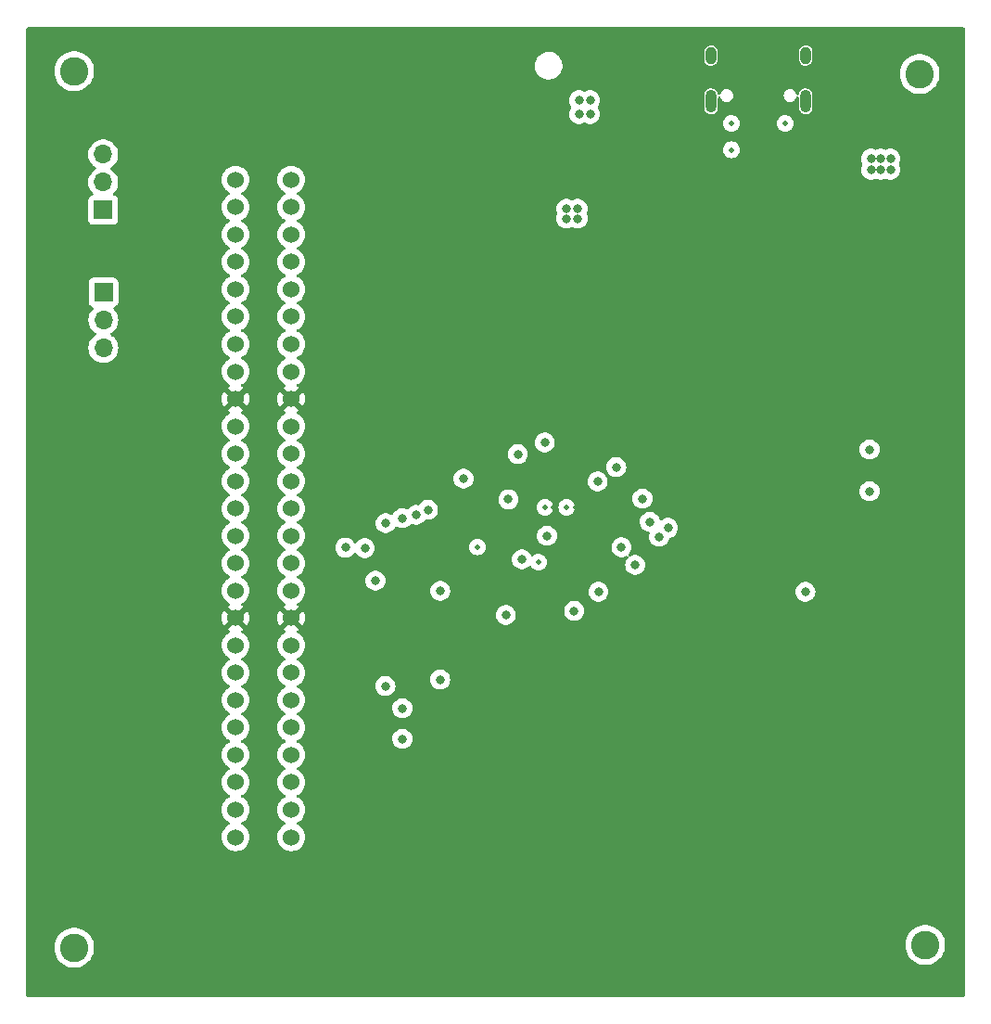
<source format=gbr>
%TF.GenerationSoftware,KiCad,Pcbnew,7.0.6-0*%
%TF.CreationDate,2024-06-08T16:42:38-07:00*%
%TF.ProjectId,pc64,70633634-2e6b-4696-9361-645f70636258,rev?*%
%TF.SameCoordinates,Original*%
%TF.FileFunction,Copper,L2,Inr*%
%TF.FilePolarity,Positive*%
%FSLAX46Y46*%
G04 Gerber Fmt 4.6, Leading zero omitted, Abs format (unit mm)*
G04 Created by KiCad (PCBNEW 7.0.6-0) date 2024-06-08 16:42:38*
%MOMM*%
%LPD*%
G01*
G04 APERTURE LIST*
%TA.AperFunction,ComponentPad*%
%ADD10O,1.000000X2.100000*%
%TD*%
%TA.AperFunction,ComponentPad*%
%ADD11O,1.000000X1.600000*%
%TD*%
%TA.AperFunction,ComponentPad*%
%ADD12C,2.600000*%
%TD*%
%TA.AperFunction,ComponentPad*%
%ADD13C,1.524000*%
%TD*%
%TA.AperFunction,ComponentPad*%
%ADD14O,1.700000X1.700000*%
%TD*%
%TA.AperFunction,ComponentPad*%
%ADD15R,1.700000X1.700000*%
%TD*%
%TA.AperFunction,ViaPad*%
%ADD16C,0.800000*%
%TD*%
%TA.AperFunction,ViaPad*%
%ADD17C,0.500000*%
%TD*%
G04 APERTURE END LIST*
D10*
%TO.N,GND*%
%TO.C,J1*%
X130050000Y-47597000D03*
D11*
X130050000Y-43417000D03*
D10*
X121410000Y-47597000D03*
D11*
X121410000Y-43417000D03*
%TD*%
D12*
%TO.N,GND*%
%TO.C,H1*%
X63246000Y-124841000D03*
%TD*%
%TO.N,GND*%
%TO.C,H2*%
X63246000Y-44831000D03*
%TD*%
%TO.N,GND*%
%TO.C,H4*%
X140970000Y-124587000D03*
%TD*%
D13*
%TO.N,GND*%
%TO.C,U2*%
X77978000Y-54756000D03*
%TO.N,/CART_RAUDIO*%
X77978000Y-57256000D03*
%TO.N,GND*%
X77978000Y-59756000D03*
X77978000Y-62256000D03*
%TO.N,/CART_VIDEO_SYNC*%
X77978000Y-64756000D03*
%TO.N,/CART_NMI*%
X77978000Y-67256000D03*
%TO.N,/CART_INT1*%
X77978000Y-69756000D03*
%TO.N,/CIC_CLK*%
X77978000Y-72256000D03*
%TO.N,3.3V*%
X77978000Y-74756000D03*
%TO.N,/AD7*%
X77978000Y-77256000D03*
%TO.N,/AD6*%
X77978000Y-79756000D03*
%TO.N,/CART_12V*%
X77978000Y-82256000D03*
X77978000Y-84756000D03*
%TO.N,/AD5*%
X77978000Y-87256000D03*
%TO.N,/AD4*%
X77978000Y-89756000D03*
%TO.N,/ALEH*%
X77978000Y-92256000D03*
%TO.N,3.3V*%
X77978000Y-94756000D03*
%TO.N,/ALEL*%
X77978000Y-97256000D03*
%TO.N,/AD3*%
X77978000Y-99756000D03*
%TO.N,GND*%
X77978000Y-102256000D03*
%TO.N,/AD2*%
X77978000Y-104756000D03*
%TO.N,/AD1*%
X77978000Y-107256000D03*
%TO.N,/AD0*%
X77978000Y-109756000D03*
%TO.N,GND*%
X77978000Y-112256000D03*
X77978000Y-114756000D03*
X83058000Y-54756000D03*
%TO.N,/CART_LAUDIO*%
X83058000Y-57256000D03*
%TO.N,GND*%
X83058000Y-59756000D03*
X83058000Y-62256000D03*
%TO.N,/N64_SI_DAT*%
X83058000Y-64756000D03*
%TO.N,/COLD_RESET*%
X83058000Y-67256000D03*
%TO.N,/N64_SI_CLK*%
X83058000Y-69756000D03*
%TO.N,/CIC_DIO*%
X83058000Y-72256000D03*
%TO.N,3.3V*%
X83058000Y-74756000D03*
%TO.N,/AD8*%
X83058000Y-77256000D03*
%TO.N,/AD9*%
X83058000Y-79756000D03*
%TO.N,/CART_12V*%
X83058000Y-82256000D03*
X83058000Y-84756000D03*
%TO.N,/AD10*%
X83058000Y-87256000D03*
%TO.N,/AD11*%
X83058000Y-89756000D03*
%TO.N,/READ*%
X83058000Y-92256000D03*
%TO.N,3.3V*%
X83058000Y-94756000D03*
%TO.N,/WRITE*%
X83058000Y-97256000D03*
%TO.N,/AD12*%
X83058000Y-99756000D03*
%TO.N,GND*%
X83058000Y-102256000D03*
%TO.N,/AD13*%
X83058000Y-104756000D03*
%TO.N,/AD14*%
X83058000Y-107256000D03*
%TO.N,/AD15*%
X83058000Y-109756000D03*
%TO.N,GND*%
X83058000Y-112256000D03*
X83058000Y-114756000D03*
%TD*%
D14*
%TO.N,/CART_INT1*%
%TO.C,CON2*%
X65913000Y-70104000D03*
%TO.N,/CART_NMI*%
X65913000Y-67564000D03*
D15*
%TO.N,/CART_VIDEO_SYNC*%
X65913000Y-65024000D03*
%TD*%
D12*
%TO.N,GND*%
%TO.C,H3*%
X140462000Y-45085000D03*
%TD*%
D14*
%TO.N,GND*%
%TO.C,CON3*%
X65898000Y-52436000D03*
%TO.N,/CART_RAUDIO*%
X65898000Y-54976000D03*
D15*
%TO.N,/CART_LAUDIO*%
X65898000Y-57516000D03*
%TD*%
D16*
%TO.N,GND*%
X108204000Y-57404000D03*
X108204000Y-58293000D03*
%TO.N,/CART_12V*%
X110363000Y-48768000D03*
X110363000Y-47498000D03*
X109347000Y-48768000D03*
X109347000Y-47498000D03*
%TO.N,GND*%
X109220000Y-58293000D03*
X109220000Y-57404000D03*
%TO.N,/N64_SI_DAT*%
X117475002Y-86537800D03*
%TO.N,/CIC_DIO*%
X115138200Y-83870800D03*
%TO.N,RUN_PULL*%
X111125000Y-92354400D03*
X130022600Y-92354400D03*
%TO.N,/AD0*%
X95554800Y-84869500D03*
%TO.N,/AD1*%
X93217986Y-105791000D03*
X94488000Y-85344000D03*
%TO.N,/AD2*%
X93218000Y-102997000D03*
X93218000Y-85646992D03*
%TO.N,/AD3*%
X91668600Y-100965000D03*
X91694000Y-86106006D03*
%TO.N,/AD8*%
X89788996Y-88371825D03*
%TO.N,/AD9*%
X88011000Y-88328000D03*
%TO.N,/AD14*%
X90754200Y-91338400D03*
%TO.N,/AD15*%
X104140000Y-89408000D03*
D17*
%TO.N,GND*%
X105664000Y-89662000D03*
D16*
X136906000Y-52832000D03*
D17*
X100076000Y-88265000D03*
D16*
X108906000Y-94113455D03*
X106226600Y-78734061D03*
X136906000Y-53848000D03*
X136017000Y-52832000D03*
X103765077Y-79800500D03*
X136017000Y-53848000D03*
X102670600Y-94482061D03*
X135890000Y-79375000D03*
X135890000Y-83185000D03*
X137795000Y-52832000D03*
X102906000Y-83929000D03*
X111052600Y-82290061D03*
X137795000Y-53848000D03*
X113224645Y-88298000D03*
X106426000Y-87249000D03*
%TO.N,/READ*%
X96672400Y-92278200D03*
X96672400Y-100380800D03*
%TO.N,/CIC_CLK*%
X114477800Y-89916000D03*
%TO.N,/COLD_RESET*%
X116668500Y-87342500D03*
D17*
%TO.N,3.3V*%
X107026000Y-84649000D03*
D16*
X132715000Y-58394598D03*
D17*
X109026000Y-84649000D03*
D16*
X99060000Y-74803000D03*
X131851400Y-58394600D03*
X132715000Y-59410600D03*
X131851400Y-59410600D03*
D17*
%TO.N,Net-(F1-Pad2)*%
X128180000Y-49617000D03*
X123280000Y-52017000D03*
X123280000Y-49617000D03*
D16*
%TO.N,QSPI_CSn_Pull*%
X98806000Y-82042000D03*
X112750600Y-80975200D03*
%TO.N,/N64_SI_CLK*%
X115824000Y-85978984D03*
D17*
%TO.N,Net-(U4-VREG_VOUT)*%
X106226000Y-84649000D03*
X108226000Y-84649000D03*
%TD*%
%TA.AperFunction,Conductor*%
%TO.N,3.3V*%
G36*
X144521621Y-40860502D02*
G01*
X144568114Y-40914158D01*
X144579500Y-40966500D01*
X144579500Y-129213500D01*
X144559498Y-129281621D01*
X144505842Y-129328114D01*
X144453500Y-129339500D01*
X59000500Y-129339500D01*
X58932379Y-129319498D01*
X58885886Y-129265842D01*
X58874500Y-129213500D01*
X58874500Y-124840999D01*
X61432429Y-124840999D01*
X61452685Y-125111302D01*
X61513001Y-125375560D01*
X61513002Y-125375562D01*
X61612027Y-125627875D01*
X61612030Y-125627883D01*
X61747554Y-125862617D01*
X61916561Y-126074546D01*
X62063106Y-126210518D01*
X62115257Y-126258907D01*
X62115263Y-126258911D01*
X62339205Y-126411593D01*
X62339212Y-126411597D01*
X62339215Y-126411599D01*
X62480003Y-126479399D01*
X62583423Y-126529204D01*
X62583436Y-126529209D01*
X62842431Y-126609098D01*
X62842433Y-126609098D01*
X62842442Y-126609101D01*
X63110472Y-126649500D01*
X63110476Y-126649500D01*
X63381524Y-126649500D01*
X63381528Y-126649500D01*
X63649558Y-126609101D01*
X63649568Y-126609098D01*
X63908563Y-126529209D01*
X63908565Y-126529207D01*
X63908572Y-126529206D01*
X63908577Y-126529203D01*
X63908581Y-126529202D01*
X64152780Y-126411602D01*
X64152780Y-126411601D01*
X64152786Y-126411599D01*
X64376743Y-126258907D01*
X64575442Y-126074542D01*
X64744443Y-125862621D01*
X64879971Y-125627879D01*
X64978999Y-125375559D01*
X65039315Y-125111299D01*
X65059571Y-124841000D01*
X65040536Y-124586999D01*
X139156429Y-124586999D01*
X139176685Y-124857302D01*
X139237001Y-125121560D01*
X139237002Y-125121562D01*
X139336027Y-125373875D01*
X139336030Y-125373883D01*
X139471554Y-125608617D01*
X139640561Y-125820546D01*
X139787106Y-125956518D01*
X139839257Y-126004907D01*
X139839263Y-126004911D01*
X140063205Y-126157593D01*
X140063212Y-126157597D01*
X140063215Y-126157599D01*
X140204003Y-126225399D01*
X140307423Y-126275204D01*
X140307436Y-126275209D01*
X140566431Y-126355098D01*
X140566433Y-126355098D01*
X140566442Y-126355101D01*
X140834472Y-126395500D01*
X140834476Y-126395500D01*
X141105524Y-126395500D01*
X141105528Y-126395500D01*
X141373558Y-126355101D01*
X141373568Y-126355098D01*
X141632563Y-126275209D01*
X141632565Y-126275207D01*
X141632572Y-126275206D01*
X141632577Y-126275203D01*
X141632581Y-126275202D01*
X141876780Y-126157602D01*
X141876780Y-126157601D01*
X141876786Y-126157599D01*
X142100743Y-126004907D01*
X142299442Y-125820542D01*
X142468443Y-125608621D01*
X142536207Y-125491249D01*
X142603969Y-125373883D01*
X142603971Y-125373879D01*
X142702999Y-125121559D01*
X142763315Y-124857299D01*
X142783571Y-124587000D01*
X142763315Y-124316701D01*
X142702999Y-124052441D01*
X142603971Y-123800121D01*
X142603970Y-123800120D01*
X142603969Y-123800116D01*
X142468445Y-123565382D01*
X142299438Y-123353453D01*
X142100748Y-123169098D01*
X142100742Y-123169092D01*
X141959653Y-123072899D01*
X141876786Y-123016401D01*
X141876783Y-123016400D01*
X141876781Y-123016398D01*
X141876780Y-123016397D01*
X141632581Y-122898797D01*
X141632563Y-122898790D01*
X141373568Y-122818901D01*
X141373560Y-122818899D01*
X141373558Y-122818899D01*
X141105528Y-122778500D01*
X140834472Y-122778500D01*
X140566442Y-122818899D01*
X140566440Y-122818899D01*
X140566431Y-122818901D01*
X140307436Y-122898790D01*
X140307423Y-122898795D01*
X140063212Y-123016402D01*
X140063205Y-123016406D01*
X139839263Y-123169088D01*
X139839251Y-123169098D01*
X139640561Y-123353453D01*
X139471554Y-123565382D01*
X139336030Y-123800116D01*
X139336027Y-123800124D01*
X139237002Y-124052437D01*
X139237001Y-124052439D01*
X139176685Y-124316697D01*
X139156429Y-124586999D01*
X65040536Y-124586999D01*
X65039315Y-124570701D01*
X64978999Y-124306441D01*
X64879971Y-124054121D01*
X64879970Y-124054120D01*
X64879969Y-124054116D01*
X64744445Y-123819382D01*
X64729087Y-123800124D01*
X64575442Y-123607458D01*
X64575441Y-123607457D01*
X64575438Y-123607453D01*
X64376748Y-123423098D01*
X64376742Y-123423092D01*
X64152787Y-123270402D01*
X64152786Y-123270401D01*
X64152783Y-123270400D01*
X64152781Y-123270398D01*
X64152780Y-123270397D01*
X63908581Y-123152797D01*
X63908563Y-123152790D01*
X63649568Y-123072901D01*
X63649560Y-123072899D01*
X63649558Y-123072899D01*
X63381528Y-123032500D01*
X63110472Y-123032500D01*
X62842442Y-123072899D01*
X62842440Y-123072899D01*
X62842431Y-123072901D01*
X62583436Y-123152790D01*
X62583423Y-123152795D01*
X62339212Y-123270402D01*
X62339205Y-123270406D01*
X62115263Y-123423088D01*
X62115251Y-123423098D01*
X61916561Y-123607453D01*
X61747554Y-123819382D01*
X61612030Y-124054116D01*
X61612027Y-124054124D01*
X61513002Y-124306437D01*
X61513001Y-124306439D01*
X61452685Y-124570697D01*
X61432429Y-124840999D01*
X58874500Y-124840999D01*
X58874500Y-114756000D01*
X76702647Y-114756000D01*
X76722022Y-114977463D01*
X76768273Y-115150073D01*
X76779559Y-115192193D01*
X76779561Y-115192199D01*
X76873511Y-115393675D01*
X76873512Y-115393677D01*
X77001016Y-115575772D01*
X77001020Y-115575777D01*
X77001023Y-115575781D01*
X77158219Y-115732977D01*
X77158223Y-115732980D01*
X77158227Y-115732983D01*
X77262124Y-115805732D01*
X77340323Y-115860488D01*
X77541804Y-115954440D01*
X77756537Y-116011978D01*
X77978000Y-116031353D01*
X78199463Y-116011978D01*
X78414196Y-115954440D01*
X78615677Y-115860488D01*
X78797781Y-115732977D01*
X78954977Y-115575781D01*
X79082488Y-115393677D01*
X79176440Y-115192196D01*
X79233978Y-114977463D01*
X79253353Y-114756000D01*
X81782647Y-114756000D01*
X81802022Y-114977463D01*
X81848273Y-115150073D01*
X81859559Y-115192193D01*
X81859561Y-115192199D01*
X81953511Y-115393675D01*
X81953512Y-115393677D01*
X82081016Y-115575772D01*
X82081020Y-115575777D01*
X82081023Y-115575781D01*
X82238219Y-115732977D01*
X82238223Y-115732980D01*
X82238227Y-115732983D01*
X82342124Y-115805732D01*
X82420323Y-115860488D01*
X82621804Y-115954440D01*
X82836537Y-116011978D01*
X83058000Y-116031353D01*
X83279463Y-116011978D01*
X83494196Y-115954440D01*
X83695677Y-115860488D01*
X83877781Y-115732977D01*
X84034977Y-115575781D01*
X84162488Y-115393677D01*
X84256440Y-115192196D01*
X84313978Y-114977463D01*
X84333353Y-114756000D01*
X84313978Y-114534537D01*
X84256440Y-114319804D01*
X84162488Y-114118324D01*
X84034977Y-113936219D01*
X83877781Y-113779023D01*
X83877777Y-113779020D01*
X83877772Y-113779016D01*
X83695677Y-113651512D01*
X83695675Y-113651511D01*
X83628517Y-113620195D01*
X83575232Y-113573278D01*
X83555771Y-113505001D01*
X83576313Y-113437041D01*
X83628517Y-113391805D01*
X83695677Y-113360488D01*
X83877781Y-113232977D01*
X84034977Y-113075781D01*
X84162488Y-112893677D01*
X84256440Y-112692196D01*
X84313978Y-112477463D01*
X84333353Y-112256000D01*
X84313978Y-112034537D01*
X84256440Y-111819804D01*
X84162488Y-111618324D01*
X84034977Y-111436219D01*
X83877781Y-111279023D01*
X83877777Y-111279020D01*
X83877772Y-111279016D01*
X83695677Y-111151512D01*
X83695675Y-111151511D01*
X83628517Y-111120195D01*
X83575232Y-111073278D01*
X83555771Y-111005001D01*
X83576313Y-110937041D01*
X83628517Y-110891805D01*
X83695677Y-110860488D01*
X83877781Y-110732977D01*
X84034977Y-110575781D01*
X84162488Y-110393677D01*
X84256440Y-110192196D01*
X84313978Y-109977463D01*
X84333353Y-109756000D01*
X84313978Y-109534537D01*
X84256440Y-109319804D01*
X84162488Y-109118324D01*
X84034977Y-108936219D01*
X83877781Y-108779023D01*
X83877777Y-108779020D01*
X83877772Y-108779016D01*
X83695677Y-108651512D01*
X83695675Y-108651511D01*
X83628517Y-108620195D01*
X83575232Y-108573278D01*
X83555771Y-108505001D01*
X83576313Y-108437041D01*
X83628517Y-108391805D01*
X83695677Y-108360488D01*
X83877781Y-108232977D01*
X84034977Y-108075781D01*
X84162488Y-107893677D01*
X84256440Y-107692196D01*
X84313978Y-107477463D01*
X84333353Y-107256000D01*
X84313978Y-107034537D01*
X84256440Y-106819804D01*
X84162488Y-106618324D01*
X84034977Y-106436219D01*
X83877781Y-106279023D01*
X83877777Y-106279020D01*
X83877772Y-106279016D01*
X83695677Y-106151512D01*
X83695675Y-106151511D01*
X83628517Y-106120195D01*
X83575232Y-106073278D01*
X83555771Y-106005001D01*
X83576313Y-105937041D01*
X83628517Y-105891805D01*
X83695677Y-105860488D01*
X83794917Y-105790999D01*
X92304482Y-105790999D01*
X92324443Y-105980927D01*
X92332590Y-106005999D01*
X92383459Y-106162556D01*
X92383462Y-106162561D01*
X92478944Y-106327941D01*
X92478951Y-106327951D01*
X92606730Y-106469864D01*
X92606733Y-106469866D01*
X92761234Y-106582118D01*
X92935698Y-106659794D01*
X93122499Y-106699500D01*
X93313473Y-106699500D01*
X93500274Y-106659794D01*
X93674738Y-106582118D01*
X93829239Y-106469866D01*
X93957026Y-106327944D01*
X94052513Y-106162556D01*
X94111528Y-105980928D01*
X94131490Y-105791000D01*
X94111528Y-105601072D01*
X94052513Y-105419444D01*
X93957026Y-105254056D01*
X93957024Y-105254054D01*
X93957020Y-105254048D01*
X93829241Y-105112135D01*
X93674738Y-104999882D01*
X93500274Y-104922206D01*
X93313473Y-104882500D01*
X93122499Y-104882500D01*
X92935697Y-104922206D01*
X92761233Y-104999882D01*
X92606730Y-105112135D01*
X92478951Y-105254048D01*
X92478944Y-105254058D01*
X92383462Y-105419438D01*
X92383459Y-105419445D01*
X92324443Y-105601072D01*
X92304482Y-105790999D01*
X83794917Y-105790999D01*
X83877781Y-105732977D01*
X84034977Y-105575781D01*
X84162488Y-105393677D01*
X84256440Y-105192196D01*
X84313978Y-104977463D01*
X84333353Y-104756000D01*
X84313978Y-104534537D01*
X84256440Y-104319804D01*
X84162488Y-104118324D01*
X84034977Y-103936219D01*
X83877781Y-103779023D01*
X83877777Y-103779020D01*
X83877772Y-103779016D01*
X83695677Y-103651512D01*
X83695675Y-103651511D01*
X83628517Y-103620195D01*
X83575232Y-103573278D01*
X83555771Y-103505001D01*
X83576313Y-103437041D01*
X83628517Y-103391805D01*
X83695677Y-103360488D01*
X83877781Y-103232977D01*
X84034977Y-103075781D01*
X84090140Y-102997000D01*
X92304496Y-102997000D01*
X92324457Y-103186927D01*
X92339419Y-103232974D01*
X92383473Y-103368556D01*
X92383476Y-103368561D01*
X92478958Y-103533941D01*
X92478965Y-103533951D01*
X92606744Y-103675864D01*
X92606747Y-103675866D01*
X92761248Y-103788118D01*
X92935712Y-103865794D01*
X93122513Y-103905500D01*
X93313487Y-103905500D01*
X93500288Y-103865794D01*
X93674752Y-103788118D01*
X93829253Y-103675866D01*
X93829255Y-103675864D01*
X93957034Y-103533951D01*
X93957035Y-103533949D01*
X93957040Y-103533944D01*
X94052527Y-103368556D01*
X94111542Y-103186928D01*
X94131504Y-102997000D01*
X94111542Y-102807072D01*
X94052527Y-102625444D01*
X93957040Y-102460056D01*
X93957038Y-102460054D01*
X93957034Y-102460048D01*
X93829255Y-102318135D01*
X93674752Y-102205882D01*
X93500288Y-102128206D01*
X93313487Y-102088500D01*
X93122513Y-102088500D01*
X92935711Y-102128206D01*
X92761247Y-102205882D01*
X92606744Y-102318135D01*
X92478965Y-102460048D01*
X92478958Y-102460058D01*
X92383476Y-102625438D01*
X92383473Y-102625445D01*
X92324457Y-102807072D01*
X92304496Y-102997000D01*
X84090140Y-102997000D01*
X84162488Y-102893677D01*
X84256440Y-102692196D01*
X84313978Y-102477463D01*
X84333353Y-102256000D01*
X84313978Y-102034537D01*
X84256440Y-101819804D01*
X84162488Y-101618324D01*
X84034977Y-101436219D01*
X83877781Y-101279023D01*
X83877777Y-101279020D01*
X83877772Y-101279016D01*
X83695677Y-101151512D01*
X83695675Y-101151511D01*
X83628517Y-101120195D01*
X83575232Y-101073278D01*
X83555771Y-101005001D01*
X83567862Y-100964999D01*
X90755096Y-100964999D01*
X90775057Y-101154927D01*
X90780578Y-101171917D01*
X90834073Y-101336556D01*
X90834076Y-101336561D01*
X90929558Y-101501941D01*
X90929565Y-101501951D01*
X91057344Y-101643864D01*
X91057347Y-101643866D01*
X91211848Y-101756118D01*
X91386312Y-101833794D01*
X91573113Y-101873500D01*
X91764087Y-101873500D01*
X91950888Y-101833794D01*
X92125352Y-101756118D01*
X92279853Y-101643866D01*
X92407640Y-101501944D01*
X92503127Y-101336556D01*
X92562142Y-101154928D01*
X92582104Y-100965000D01*
X92562142Y-100775072D01*
X92503127Y-100593444D01*
X92407640Y-100428056D01*
X92407638Y-100428054D01*
X92407634Y-100428048D01*
X92365092Y-100380800D01*
X95758896Y-100380800D01*
X95778857Y-100570727D01*
X95786239Y-100593445D01*
X95837873Y-100752356D01*
X95837876Y-100752361D01*
X95933358Y-100917741D01*
X95933365Y-100917751D01*
X96061144Y-101059664D01*
X96061147Y-101059666D01*
X96215648Y-101171918D01*
X96390112Y-101249594D01*
X96576913Y-101289300D01*
X96767887Y-101289300D01*
X96954688Y-101249594D01*
X97129152Y-101171918D01*
X97283653Y-101059666D01*
X97368891Y-100965000D01*
X97411434Y-100917751D01*
X97411435Y-100917749D01*
X97411440Y-100917744D01*
X97506927Y-100752356D01*
X97565942Y-100570728D01*
X97585904Y-100380800D01*
X97565942Y-100190872D01*
X97506927Y-100009244D01*
X97411440Y-99843856D01*
X97411438Y-99843854D01*
X97411434Y-99843848D01*
X97283655Y-99701935D01*
X97129152Y-99589682D01*
X96954688Y-99512006D01*
X96767887Y-99472300D01*
X96576913Y-99472300D01*
X96390111Y-99512006D01*
X96215647Y-99589682D01*
X96061144Y-99701935D01*
X95933365Y-99843848D01*
X95933358Y-99843858D01*
X95837876Y-100009238D01*
X95837873Y-100009245D01*
X95778857Y-100190872D01*
X95758896Y-100380800D01*
X92365092Y-100380800D01*
X92279855Y-100286135D01*
X92125352Y-100173882D01*
X91950888Y-100096206D01*
X91764087Y-100056500D01*
X91573113Y-100056500D01*
X91386311Y-100096206D01*
X91211847Y-100173882D01*
X91057344Y-100286135D01*
X90929565Y-100428048D01*
X90929558Y-100428058D01*
X90834076Y-100593438D01*
X90834073Y-100593445D01*
X90775057Y-100775072D01*
X90755096Y-100964999D01*
X83567862Y-100964999D01*
X83576313Y-100937041D01*
X83628517Y-100891805D01*
X83695677Y-100860488D01*
X83877781Y-100732977D01*
X84034977Y-100575781D01*
X84162488Y-100393677D01*
X84256440Y-100192196D01*
X84313978Y-99977463D01*
X84333353Y-99756000D01*
X84313978Y-99534537D01*
X84256440Y-99319804D01*
X84162488Y-99118324D01*
X84034977Y-98936219D01*
X83877781Y-98779023D01*
X83877777Y-98779020D01*
X83877772Y-98779016D01*
X83695677Y-98651512D01*
X83695675Y-98651511D01*
X83628517Y-98620195D01*
X83575232Y-98573278D01*
X83555771Y-98505001D01*
X83576313Y-98437041D01*
X83628517Y-98391805D01*
X83695677Y-98360488D01*
X83877781Y-98232977D01*
X84034977Y-98075781D01*
X84162488Y-97893677D01*
X84256440Y-97692196D01*
X84313978Y-97477463D01*
X84333353Y-97256000D01*
X84313978Y-97034537D01*
X84256440Y-96819804D01*
X84162488Y-96618324D01*
X84034977Y-96436219D01*
X83877781Y-96279023D01*
X83877777Y-96279020D01*
X83877772Y-96279016D01*
X83695677Y-96151512D01*
X83695675Y-96151511D01*
X83627925Y-96119919D01*
X83574640Y-96073002D01*
X83555179Y-96004725D01*
X83575721Y-95936765D01*
X83627925Y-95891529D01*
X83695425Y-95860053D01*
X83695426Y-95860052D01*
X83758603Y-95815814D01*
X83758603Y-95815812D01*
X83192654Y-95249863D01*
X83202592Y-95248435D01*
X83335470Y-95187752D01*
X83445869Y-95092090D01*
X83524845Y-94969201D01*
X83548805Y-94887596D01*
X84117813Y-95456603D01*
X84117814Y-95456603D01*
X84162052Y-95393426D01*
X84162053Y-95393425D01*
X84255966Y-95192027D01*
X84255968Y-95192023D01*
X84313482Y-94977374D01*
X84332850Y-94756000D01*
X84313482Y-94534625D01*
X84299398Y-94482061D01*
X101757096Y-94482061D01*
X101777057Y-94671988D01*
X101804354Y-94755998D01*
X101836073Y-94853617D01*
X101836076Y-94853622D01*
X101931558Y-95019002D01*
X101931565Y-95019012D01*
X102059344Y-95160925D01*
X102059347Y-95160927D01*
X102213848Y-95273179D01*
X102388312Y-95350855D01*
X102575113Y-95390561D01*
X102766087Y-95390561D01*
X102952888Y-95350855D01*
X103127352Y-95273179D01*
X103281853Y-95160927D01*
X103409640Y-95019005D01*
X103505127Y-94853617D01*
X103564142Y-94671989D01*
X103584104Y-94482061D01*
X103564142Y-94292133D01*
X103506086Y-94113455D01*
X107992496Y-94113455D01*
X108012457Y-94303382D01*
X108042526Y-94395925D01*
X108071473Y-94485011D01*
X108071476Y-94485016D01*
X108166958Y-94650396D01*
X108166965Y-94650406D01*
X108294744Y-94792319D01*
X108294747Y-94792321D01*
X108449248Y-94904573D01*
X108623712Y-94982249D01*
X108810513Y-95021955D01*
X109001487Y-95021955D01*
X109188288Y-94982249D01*
X109362752Y-94904573D01*
X109517253Y-94792321D01*
X109549957Y-94756000D01*
X109645034Y-94650406D01*
X109645035Y-94650404D01*
X109645040Y-94650399D01*
X109740527Y-94485011D01*
X109799542Y-94303383D01*
X109819504Y-94113455D01*
X109799542Y-93923527D01*
X109740527Y-93741899D01*
X109645040Y-93576511D01*
X109645038Y-93576509D01*
X109645034Y-93576503D01*
X109517255Y-93434590D01*
X109362752Y-93322337D01*
X109188288Y-93244661D01*
X109001487Y-93204955D01*
X108810513Y-93204955D01*
X108623711Y-93244661D01*
X108449247Y-93322337D01*
X108294744Y-93434590D01*
X108166965Y-93576503D01*
X108166958Y-93576513D01*
X108071476Y-93741893D01*
X108071473Y-93741900D01*
X108012457Y-93923527D01*
X107992496Y-94113455D01*
X103506086Y-94113455D01*
X103505127Y-94110505D01*
X103409640Y-93945117D01*
X103409638Y-93945115D01*
X103409634Y-93945109D01*
X103281855Y-93803196D01*
X103127352Y-93690943D01*
X102952888Y-93613267D01*
X102766087Y-93573561D01*
X102575113Y-93573561D01*
X102388311Y-93613267D01*
X102213847Y-93690943D01*
X102059344Y-93803196D01*
X101931565Y-93945109D01*
X101931558Y-93945119D01*
X101836076Y-94110499D01*
X101836073Y-94110505D01*
X101833452Y-94118571D01*
X101777057Y-94292133D01*
X101757096Y-94482061D01*
X84299398Y-94482061D01*
X84255968Y-94319976D01*
X84255966Y-94319972D01*
X84162051Y-94118571D01*
X84117815Y-94055395D01*
X84117812Y-94055395D01*
X83548805Y-94624401D01*
X83524845Y-94542799D01*
X83445869Y-94419910D01*
X83335470Y-94324248D01*
X83202592Y-94263565D01*
X83192653Y-94262136D01*
X83758603Y-93696185D01*
X83758603Y-93696184D01*
X83695425Y-93651946D01*
X83695420Y-93651943D01*
X83627924Y-93620469D01*
X83574639Y-93573552D01*
X83555179Y-93505274D01*
X83575721Y-93437315D01*
X83627923Y-93392081D01*
X83695677Y-93360488D01*
X83877781Y-93232977D01*
X84034977Y-93075781D01*
X84162488Y-92893677D01*
X84256440Y-92692196D01*
X84313978Y-92477463D01*
X84331411Y-92278200D01*
X95758896Y-92278200D01*
X95778857Y-92468127D01*
X95781890Y-92477460D01*
X95837873Y-92649756D01*
X95837876Y-92649761D01*
X95933358Y-92815141D01*
X95933365Y-92815151D01*
X96061144Y-92957064D01*
X96061147Y-92957066D01*
X96215648Y-93069318D01*
X96390112Y-93146994D01*
X96576913Y-93186700D01*
X96767887Y-93186700D01*
X96954688Y-93146994D01*
X97129152Y-93069318D01*
X97283653Y-92957066D01*
X97340729Y-92893677D01*
X97411434Y-92815151D01*
X97411435Y-92815149D01*
X97411440Y-92815144D01*
X97506927Y-92649756D01*
X97565942Y-92468128D01*
X97577895Y-92354399D01*
X110211496Y-92354399D01*
X110231457Y-92544327D01*
X110261526Y-92636870D01*
X110290473Y-92725956D01*
X110290476Y-92725961D01*
X110385958Y-92891341D01*
X110385965Y-92891351D01*
X110513744Y-93033264D01*
X110513747Y-93033266D01*
X110668248Y-93145518D01*
X110842712Y-93223194D01*
X111029513Y-93262900D01*
X111220487Y-93262900D01*
X111407288Y-93223194D01*
X111581752Y-93145518D01*
X111736253Y-93033266D01*
X111804866Y-92957064D01*
X111864034Y-92891351D01*
X111864035Y-92891349D01*
X111864040Y-92891344D01*
X111959527Y-92725956D01*
X112018542Y-92544328D01*
X112038504Y-92354400D01*
X112038504Y-92354399D01*
X129109096Y-92354399D01*
X129129057Y-92544327D01*
X129159126Y-92636870D01*
X129188073Y-92725956D01*
X129188076Y-92725961D01*
X129283558Y-92891341D01*
X129283565Y-92891351D01*
X129411344Y-93033264D01*
X129411347Y-93033266D01*
X129565848Y-93145518D01*
X129740312Y-93223194D01*
X129927113Y-93262900D01*
X130118087Y-93262900D01*
X130304888Y-93223194D01*
X130479352Y-93145518D01*
X130633853Y-93033266D01*
X130702466Y-92957064D01*
X130761634Y-92891351D01*
X130761635Y-92891349D01*
X130761640Y-92891344D01*
X130857127Y-92725956D01*
X130916142Y-92544328D01*
X130936104Y-92354400D01*
X130916142Y-92164472D01*
X130857127Y-91982844D01*
X130761640Y-91817456D01*
X130761638Y-91817454D01*
X130761634Y-91817448D01*
X130633855Y-91675535D01*
X130479352Y-91563282D01*
X130304888Y-91485606D01*
X130118087Y-91445900D01*
X129927113Y-91445900D01*
X129740311Y-91485606D01*
X129565847Y-91563282D01*
X129411344Y-91675535D01*
X129283565Y-91817448D01*
X129283558Y-91817458D01*
X129188076Y-91982838D01*
X129188073Y-91982845D01*
X129129057Y-92164472D01*
X129109096Y-92354399D01*
X112038504Y-92354399D01*
X112018542Y-92164472D01*
X111959527Y-91982844D01*
X111864040Y-91817456D01*
X111864038Y-91817454D01*
X111864034Y-91817448D01*
X111736255Y-91675535D01*
X111581752Y-91563282D01*
X111407288Y-91485606D01*
X111220487Y-91445900D01*
X111029513Y-91445900D01*
X110842711Y-91485606D01*
X110668247Y-91563282D01*
X110513744Y-91675535D01*
X110385965Y-91817448D01*
X110385958Y-91817458D01*
X110290476Y-91982838D01*
X110290473Y-91982845D01*
X110231457Y-92164472D01*
X110211496Y-92354399D01*
X97577895Y-92354399D01*
X97585904Y-92278200D01*
X97565942Y-92088272D01*
X97506927Y-91906644D01*
X97411440Y-91741256D01*
X97411438Y-91741254D01*
X97411434Y-91741248D01*
X97283655Y-91599335D01*
X97129152Y-91487082D01*
X96954688Y-91409406D01*
X96767887Y-91369700D01*
X96576913Y-91369700D01*
X96390111Y-91409406D01*
X96215647Y-91487082D01*
X96061144Y-91599335D01*
X95933365Y-91741248D01*
X95933358Y-91741258D01*
X95837876Y-91906638D01*
X95837873Y-91906645D01*
X95778857Y-92088272D01*
X95758896Y-92278200D01*
X84331411Y-92278200D01*
X84333353Y-92256000D01*
X84313978Y-92034537D01*
X84256440Y-91819804D01*
X84162488Y-91618324D01*
X84034977Y-91436219D01*
X83937158Y-91338400D01*
X89840696Y-91338400D01*
X89860657Y-91528327D01*
X89872015Y-91563282D01*
X89919673Y-91709956D01*
X89937744Y-91741256D01*
X90015158Y-91875341D01*
X90015165Y-91875351D01*
X90142944Y-92017264D01*
X90142947Y-92017266D01*
X90297448Y-92129518D01*
X90471912Y-92207194D01*
X90658713Y-92246900D01*
X90849687Y-92246900D01*
X91036488Y-92207194D01*
X91210952Y-92129518D01*
X91365453Y-92017266D01*
X91396452Y-91982838D01*
X91493234Y-91875351D01*
X91493235Y-91875349D01*
X91493240Y-91875344D01*
X91588727Y-91709956D01*
X91647742Y-91528328D01*
X91667704Y-91338400D01*
X91647742Y-91148472D01*
X91588727Y-90966844D01*
X91493240Y-90801456D01*
X91493238Y-90801454D01*
X91493234Y-90801448D01*
X91365455Y-90659535D01*
X91210952Y-90547282D01*
X91036488Y-90469606D01*
X90849687Y-90429900D01*
X90658713Y-90429900D01*
X90471911Y-90469606D01*
X90297447Y-90547282D01*
X90142944Y-90659535D01*
X90015165Y-90801448D01*
X90015158Y-90801458D01*
X89919676Y-90966838D01*
X89919673Y-90966845D01*
X89860657Y-91148472D01*
X89840696Y-91338400D01*
X83937158Y-91338400D01*
X83877781Y-91279023D01*
X83877777Y-91279020D01*
X83877772Y-91279016D01*
X83695677Y-91151512D01*
X83695675Y-91151511D01*
X83628517Y-91120195D01*
X83575232Y-91073278D01*
X83555771Y-91005001D01*
X83576313Y-90937041D01*
X83628517Y-90891805D01*
X83695677Y-90860488D01*
X83877781Y-90732977D01*
X84034977Y-90575781D01*
X84162488Y-90393677D01*
X84256440Y-90192196D01*
X84313978Y-89977463D01*
X84333353Y-89756000D01*
X84313978Y-89534537D01*
X84280072Y-89408000D01*
X103226496Y-89408000D01*
X103246457Y-89597927D01*
X103267276Y-89662000D01*
X103305473Y-89779556D01*
X103305476Y-89779561D01*
X103400958Y-89944941D01*
X103400965Y-89944951D01*
X103528744Y-90086864D01*
X103528747Y-90086866D01*
X103683248Y-90199118D01*
X103857712Y-90276794D01*
X104044513Y-90316500D01*
X104235487Y-90316500D01*
X104422288Y-90276794D01*
X104596752Y-90199118D01*
X104751253Y-90086866D01*
X104806873Y-90025093D01*
X104867318Y-89987854D01*
X104938302Y-89989205D01*
X104997286Y-90028719D01*
X105007196Y-90042368D01*
X105067229Y-90137909D01*
X105067232Y-90137913D01*
X105188087Y-90258768D01*
X105188089Y-90258769D01*
X105188091Y-90258771D01*
X105332817Y-90349709D01*
X105494150Y-90406162D01*
X105494149Y-90406162D01*
X105511348Y-90408099D01*
X105664000Y-90425299D01*
X105833850Y-90406162D01*
X105995183Y-90349709D01*
X106139909Y-90258771D01*
X106260771Y-90137909D01*
X106351709Y-89993183D01*
X106408162Y-89831850D01*
X106427299Y-89662000D01*
X106408162Y-89492150D01*
X106351709Y-89330817D01*
X106260771Y-89186091D01*
X106260769Y-89186089D01*
X106260768Y-89186087D01*
X106139912Y-89065231D01*
X106133030Y-89060907D01*
X106098995Y-89039521D01*
X105995182Y-88974290D01*
X105886371Y-88936216D01*
X105833850Y-88917838D01*
X105833848Y-88917837D01*
X105833850Y-88917837D01*
X105664000Y-88898701D01*
X105494151Y-88917837D01*
X105332817Y-88974290D01*
X105188088Y-89065231D01*
X105178818Y-89074501D01*
X105116505Y-89108523D01*
X105045689Y-89103456D01*
X104988855Y-89060907D01*
X104977847Y-89042152D01*
X104977829Y-89042163D01*
X104976303Y-89039521D01*
X104974621Y-89036654D01*
X104974528Y-89036446D01*
X104974524Y-89036438D01*
X104879040Y-88871056D01*
X104879038Y-88871054D01*
X104879034Y-88871048D01*
X104751255Y-88729135D01*
X104596752Y-88616882D01*
X104422288Y-88539206D01*
X104235487Y-88499500D01*
X104044513Y-88499500D01*
X103857711Y-88539206D01*
X103683247Y-88616882D01*
X103528744Y-88729135D01*
X103400965Y-88871048D01*
X103400958Y-88871058D01*
X103305476Y-89036438D01*
X103305473Y-89036444D01*
X103293107Y-89074501D01*
X103246457Y-89218072D01*
X103226496Y-89408000D01*
X84280072Y-89408000D01*
X84256440Y-89319804D01*
X84162488Y-89118324D01*
X84034977Y-88936219D01*
X83877781Y-88779023D01*
X83877777Y-88779020D01*
X83877772Y-88779016D01*
X83695677Y-88651512D01*
X83695675Y-88651511D01*
X83628517Y-88620195D01*
X83575232Y-88573278D01*
X83555771Y-88505001D01*
X83576313Y-88437041D01*
X83628517Y-88391805D01*
X83695677Y-88360488D01*
X83742076Y-88327999D01*
X87097496Y-88327999D01*
X87117457Y-88517927D01*
X87135442Y-88573278D01*
X87176473Y-88699556D01*
X87200348Y-88740909D01*
X87271958Y-88864941D01*
X87271965Y-88864951D01*
X87399744Y-89006864D01*
X87402907Y-89009162D01*
X87554248Y-89119118D01*
X87728712Y-89196794D01*
X87915513Y-89236500D01*
X88106487Y-89236500D01*
X88293288Y-89196794D01*
X88467752Y-89119118D01*
X88622253Y-89006866D01*
X88651585Y-88974290D01*
X88750034Y-88864951D01*
X88750034Y-88864950D01*
X88750040Y-88864944D01*
X88778229Y-88816118D01*
X88829608Y-88767128D01*
X88899322Y-88753691D01*
X88965233Y-88780077D01*
X88996464Y-88816119D01*
X89049956Y-88908769D01*
X89049958Y-88908772D01*
X89049961Y-88908776D01*
X89177740Y-89050689D01*
X89223802Y-89084155D01*
X89332244Y-89162943D01*
X89506708Y-89240619D01*
X89693509Y-89280325D01*
X89884483Y-89280325D01*
X90071284Y-89240619D01*
X90245748Y-89162943D01*
X90400249Y-89050691D01*
X90413077Y-89036444D01*
X90528030Y-88908776D01*
X90528031Y-88908774D01*
X90528036Y-88908769D01*
X90623523Y-88743381D01*
X90682538Y-88561753D01*
X90702500Y-88371825D01*
X90691272Y-88265000D01*
X99312701Y-88265000D01*
X99331837Y-88434848D01*
X99388290Y-88596182D01*
X99479231Y-88740912D01*
X99600087Y-88861768D01*
X99600089Y-88861769D01*
X99600091Y-88861771D01*
X99744817Y-88952709D01*
X99906150Y-89009162D01*
X99906149Y-89009162D01*
X99923348Y-89011099D01*
X100076000Y-89028299D01*
X100245850Y-89009162D01*
X100407183Y-88952709D01*
X100551909Y-88861771D01*
X100672771Y-88740909D01*
X100763709Y-88596183D01*
X100820162Y-88434850D01*
X100835581Y-88298000D01*
X112311141Y-88298000D01*
X112331102Y-88487927D01*
X112347764Y-88539206D01*
X112390118Y-88669556D01*
X112390121Y-88669561D01*
X112485603Y-88834941D01*
X112485610Y-88834951D01*
X112613389Y-88976864D01*
X112654683Y-89006866D01*
X112767893Y-89089118D01*
X112942357Y-89166794D01*
X113129158Y-89206500D01*
X113320132Y-89206500D01*
X113506933Y-89166794D01*
X113671355Y-89093588D01*
X113741720Y-89084155D01*
X113806017Y-89114261D01*
X113843831Y-89174350D01*
X113843155Y-89245343D01*
X113816239Y-89293006D01*
X113738761Y-89379054D01*
X113738758Y-89379058D01*
X113643276Y-89544438D01*
X113643273Y-89544445D01*
X113584257Y-89726072D01*
X113564296Y-89916000D01*
X113584257Y-90105927D01*
X113612287Y-90192193D01*
X113643273Y-90287556D01*
X113643276Y-90287561D01*
X113738758Y-90452941D01*
X113738765Y-90452951D01*
X113866544Y-90594864D01*
X113866547Y-90594866D01*
X114021048Y-90707118D01*
X114195512Y-90784794D01*
X114382313Y-90824500D01*
X114573287Y-90824500D01*
X114760088Y-90784794D01*
X114934552Y-90707118D01*
X115089053Y-90594866D01*
X115089055Y-90594864D01*
X115216834Y-90452951D01*
X115216835Y-90452949D01*
X115216840Y-90452944D01*
X115312327Y-90287556D01*
X115371342Y-90105928D01*
X115391304Y-89916000D01*
X115371342Y-89726072D01*
X115312327Y-89544444D01*
X115216840Y-89379056D01*
X115216838Y-89379054D01*
X115216834Y-89379048D01*
X115089055Y-89237135D01*
X114934552Y-89124882D01*
X114760088Y-89047206D01*
X114573287Y-89007500D01*
X114382313Y-89007500D01*
X114195509Y-89047206D01*
X114031090Y-89120410D01*
X113960723Y-89129844D01*
X113896426Y-89099737D01*
X113858613Y-89039648D01*
X113859289Y-88968655D01*
X113886204Y-88920995D01*
X113963685Y-88834944D01*
X114059172Y-88669556D01*
X114118187Y-88487928D01*
X114138149Y-88298000D01*
X114118187Y-88108072D01*
X114059172Y-87926444D01*
X113963685Y-87761056D01*
X113963683Y-87761054D01*
X113963679Y-87761048D01*
X113835900Y-87619135D01*
X113681397Y-87506882D01*
X113506933Y-87429206D01*
X113320132Y-87389500D01*
X113129158Y-87389500D01*
X112942356Y-87429206D01*
X112767892Y-87506882D01*
X112613389Y-87619135D01*
X112485610Y-87761048D01*
X112485603Y-87761058D01*
X112390121Y-87926438D01*
X112390118Y-87926444D01*
X112383721Y-87946132D01*
X112331102Y-88108072D01*
X112311141Y-88298000D01*
X100835581Y-88298000D01*
X100839299Y-88265000D01*
X100820162Y-88095150D01*
X100763709Y-87933817D01*
X100672771Y-87789091D01*
X100672769Y-87789089D01*
X100672768Y-87789087D01*
X100551912Y-87668231D01*
X100407182Y-87577290D01*
X100278969Y-87532427D01*
X100245850Y-87520838D01*
X100245848Y-87520837D01*
X100245850Y-87520837D01*
X100087804Y-87503031D01*
X100076000Y-87501701D01*
X100075999Y-87501701D01*
X99906151Y-87520837D01*
X99744817Y-87577290D01*
X99600087Y-87668231D01*
X99479231Y-87789087D01*
X99388290Y-87933817D01*
X99331837Y-88095151D01*
X99312701Y-88265000D01*
X90691272Y-88265000D01*
X90682538Y-88181897D01*
X90623523Y-88000269D01*
X90528036Y-87834881D01*
X90528034Y-87834879D01*
X90528030Y-87834873D01*
X90400251Y-87692960D01*
X90245748Y-87580707D01*
X90071284Y-87503031D01*
X89884483Y-87463325D01*
X89693509Y-87463325D01*
X89506707Y-87503031D01*
X89332243Y-87580707D01*
X89177740Y-87692960D01*
X89049961Y-87834873D01*
X89049956Y-87834880D01*
X89021768Y-87883704D01*
X88970384Y-87932697D01*
X88900671Y-87946132D01*
X88834760Y-87919745D01*
X88803530Y-87883703D01*
X88750041Y-87791058D01*
X88750034Y-87791048D01*
X88622255Y-87649135D01*
X88467752Y-87536882D01*
X88293288Y-87459206D01*
X88106487Y-87419500D01*
X87915513Y-87419500D01*
X87728711Y-87459206D01*
X87554247Y-87536882D01*
X87399744Y-87649135D01*
X87271965Y-87791048D01*
X87271958Y-87791058D01*
X87176476Y-87956438D01*
X87176473Y-87956445D01*
X87117457Y-88138072D01*
X87097496Y-88327999D01*
X83742076Y-88327999D01*
X83877781Y-88232977D01*
X84034977Y-88075781D01*
X84162488Y-87893677D01*
X84256440Y-87692196D01*
X84313978Y-87477463D01*
X84333353Y-87256000D01*
X84332741Y-87248999D01*
X105512496Y-87248999D01*
X105532457Y-87438927D01*
X105552854Y-87501701D01*
X105591473Y-87620556D01*
X105591476Y-87620561D01*
X105686958Y-87785941D01*
X105686965Y-87785951D01*
X105814744Y-87927864D01*
X105814747Y-87927866D01*
X105969248Y-88040118D01*
X106143712Y-88117794D01*
X106330513Y-88157500D01*
X106521487Y-88157500D01*
X106708288Y-88117794D01*
X106882752Y-88040118D01*
X107037253Y-87927866D01*
X107037255Y-87927864D01*
X107165034Y-87785951D01*
X107165035Y-87785949D01*
X107165040Y-87785944D01*
X107260527Y-87620556D01*
X107319542Y-87438928D01*
X107339504Y-87249000D01*
X107319542Y-87059072D01*
X107260527Y-86877444D01*
X107165040Y-86712056D01*
X107165038Y-86712054D01*
X107165034Y-86712048D01*
X107037255Y-86570135D01*
X106882752Y-86457882D01*
X106708288Y-86380206D01*
X106521487Y-86340500D01*
X106330513Y-86340500D01*
X106143711Y-86380206D01*
X105969247Y-86457882D01*
X105814744Y-86570135D01*
X105686965Y-86712048D01*
X105686958Y-86712058D01*
X105591476Y-86877438D01*
X105591473Y-86877444D01*
X105578140Y-86918478D01*
X105532457Y-87059072D01*
X105512496Y-87248999D01*
X84332741Y-87248999D01*
X84313978Y-87034537D01*
X84256440Y-86819804D01*
X84162488Y-86618324D01*
X84034977Y-86436219D01*
X83877781Y-86279023D01*
X83877777Y-86279020D01*
X83877772Y-86279016D01*
X83695677Y-86151512D01*
X83695675Y-86151511D01*
X83628517Y-86120195D01*
X83612401Y-86106005D01*
X90780496Y-86106005D01*
X90800457Y-86295933D01*
X90818202Y-86350545D01*
X90859473Y-86477562D01*
X90859474Y-86477563D01*
X90859476Y-86477567D01*
X90954958Y-86642947D01*
X90954965Y-86642957D01*
X91082744Y-86784870D01*
X91082747Y-86784872D01*
X91237248Y-86897124D01*
X91411712Y-86974800D01*
X91598513Y-87014506D01*
X91789487Y-87014506D01*
X91976288Y-86974800D01*
X92150752Y-86897124D01*
X92305253Y-86784872D01*
X92433040Y-86642950D01*
X92528527Y-86477562D01*
X92529749Y-86473800D01*
X92531047Y-86471901D01*
X92531214Y-86471527D01*
X92531282Y-86471557D01*
X92569816Y-86415192D01*
X92635210Y-86387549D01*
X92705168Y-86399648D01*
X92723642Y-86410787D01*
X92761248Y-86438110D01*
X92935712Y-86515786D01*
X93122513Y-86555492D01*
X93313487Y-86555492D01*
X93500288Y-86515786D01*
X93674752Y-86438110D01*
X93829253Y-86325858D01*
X93948399Y-86193532D01*
X94008843Y-86156294D01*
X94079827Y-86157645D01*
X94093273Y-86162733D01*
X94205712Y-86212794D01*
X94392513Y-86252500D01*
X94583487Y-86252500D01*
X94770288Y-86212794D01*
X94944752Y-86135118D01*
X95099253Y-86022866D01*
X95138765Y-85978983D01*
X114910496Y-85978983D01*
X114930457Y-86168911D01*
X114938458Y-86193534D01*
X114989473Y-86350540D01*
X114989476Y-86350545D01*
X115084958Y-86515925D01*
X115084965Y-86515935D01*
X115212744Y-86657848D01*
X115212747Y-86657850D01*
X115367248Y-86770102D01*
X115541712Y-86847778D01*
X115715646Y-86884749D01*
X115778119Y-86918478D01*
X115812441Y-86980627D01*
X115809282Y-87046932D01*
X115774957Y-87152571D01*
X115754996Y-87342500D01*
X115774957Y-87532427D01*
X115789535Y-87577291D01*
X115833973Y-87714056D01*
X115833976Y-87714061D01*
X115929458Y-87879441D01*
X115929465Y-87879451D01*
X116057244Y-88021364D01*
X116057247Y-88021366D01*
X116211748Y-88133618D01*
X116386212Y-88211294D01*
X116573013Y-88251000D01*
X116763987Y-88251000D01*
X116950788Y-88211294D01*
X117125252Y-88133618D01*
X117279753Y-88021366D01*
X117338209Y-87956444D01*
X117407534Y-87879451D01*
X117407535Y-87879449D01*
X117407540Y-87879444D01*
X117503027Y-87714056D01*
X117562042Y-87532428D01*
X117562042Y-87532426D01*
X117562043Y-87532424D01*
X117563416Y-87525967D01*
X117565952Y-87526506D01*
X117588526Y-87471587D01*
X117646733Y-87430938D01*
X117660641Y-87427137D01*
X117757290Y-87406594D01*
X117931754Y-87328918D01*
X118086255Y-87216666D01*
X118086257Y-87216664D01*
X118214036Y-87074751D01*
X118214037Y-87074749D01*
X118214042Y-87074744D01*
X118309529Y-86909356D01*
X118368544Y-86727728D01*
X118388506Y-86537800D01*
X118368544Y-86347872D01*
X118309529Y-86166244D01*
X118214042Y-86000856D01*
X118214040Y-86000854D01*
X118214036Y-86000848D01*
X118086257Y-85858935D01*
X117931754Y-85746682D01*
X117757290Y-85669006D01*
X117570489Y-85629300D01*
X117379515Y-85629300D01*
X117192713Y-85669006D01*
X117018248Y-85746683D01*
X117018245Y-85746684D01*
X116904135Y-85829590D01*
X116837268Y-85853449D01*
X116768116Y-85837368D01*
X116718636Y-85786454D01*
X116710242Y-85766590D01*
X116703773Y-85746682D01*
X116658527Y-85607428D01*
X116563040Y-85442040D01*
X116563038Y-85442038D01*
X116563034Y-85442032D01*
X116435255Y-85300119D01*
X116280752Y-85187866D01*
X116106288Y-85110190D01*
X115919487Y-85070484D01*
X115728513Y-85070484D01*
X115541711Y-85110190D01*
X115367247Y-85187866D01*
X115212744Y-85300119D01*
X115084965Y-85442032D01*
X115084958Y-85442042D01*
X114989476Y-85607422D01*
X114989473Y-85607429D01*
X114930457Y-85789056D01*
X114910496Y-85978983D01*
X95138765Y-85978983D01*
X95227040Y-85880944D01*
X95227040Y-85880942D01*
X95227042Y-85880942D01*
X95259594Y-85824558D01*
X95310975Y-85775564D01*
X95380689Y-85762126D01*
X95394895Y-85764307D01*
X95459313Y-85778000D01*
X95459315Y-85778000D01*
X95650287Y-85778000D01*
X95837088Y-85738294D01*
X96011552Y-85660618D01*
X96166053Y-85548366D01*
X96253949Y-85450748D01*
X96293834Y-85406451D01*
X96293835Y-85406449D01*
X96293840Y-85406444D01*
X96389327Y-85241056D01*
X96448342Y-85059428D01*
X96468304Y-84869500D01*
X96448342Y-84679572D01*
X96389327Y-84497944D01*
X96293840Y-84332556D01*
X96293838Y-84332554D01*
X96293834Y-84332548D01*
X96166055Y-84190635D01*
X96011552Y-84078382D01*
X95837088Y-84000706D01*
X95650287Y-83961000D01*
X95459313Y-83961000D01*
X95272511Y-84000706D01*
X95098047Y-84078382D01*
X94943544Y-84190635D01*
X94815765Y-84332548D01*
X94815756Y-84332561D01*
X94783202Y-84388944D01*
X94731819Y-84437936D01*
X94662105Y-84451370D01*
X94647889Y-84449188D01*
X94583489Y-84435500D01*
X94583487Y-84435500D01*
X94392513Y-84435500D01*
X94205711Y-84475206D01*
X94031247Y-84552882D01*
X93876746Y-84665134D01*
X93757601Y-84797458D01*
X93697155Y-84834697D01*
X93626171Y-84833345D01*
X93612716Y-84828254D01*
X93544301Y-84797794D01*
X93500288Y-84778198D01*
X93313487Y-84738492D01*
X93122513Y-84738492D01*
X92935711Y-84778198D01*
X92761247Y-84855874D01*
X92606744Y-84968127D01*
X92478965Y-85110040D01*
X92478958Y-85110050D01*
X92383476Y-85275430D01*
X92383470Y-85275442D01*
X92382244Y-85279217D01*
X92380943Y-85281117D01*
X92380789Y-85281466D01*
X92380725Y-85281437D01*
X92342166Y-85337819D01*
X92276767Y-85365451D01*
X92206811Y-85353339D01*
X92188353Y-85342207D01*
X92182313Y-85337819D01*
X92150752Y-85314888D01*
X91976288Y-85237212D01*
X91789487Y-85197506D01*
X91598513Y-85197506D01*
X91411711Y-85237212D01*
X91237247Y-85314888D01*
X91082744Y-85427141D01*
X90954965Y-85569054D01*
X90954958Y-85569064D01*
X90897257Y-85669006D01*
X90859473Y-85734450D01*
X90849771Y-85764310D01*
X90800457Y-85916078D01*
X90780496Y-86106005D01*
X83612401Y-86106005D01*
X83575232Y-86073278D01*
X83555771Y-86005001D01*
X83576313Y-85937041D01*
X83628517Y-85891805D01*
X83695677Y-85860488D01*
X83877781Y-85732977D01*
X84034977Y-85575781D01*
X84162488Y-85393677D01*
X84256440Y-85192196D01*
X84313978Y-84977463D01*
X84333353Y-84756000D01*
X84313978Y-84534537D01*
X84256440Y-84319804D01*
X84162488Y-84118324D01*
X84034977Y-83936219D01*
X84027758Y-83929000D01*
X101992496Y-83929000D01*
X102012457Y-84118927D01*
X102035757Y-84190634D01*
X102071473Y-84300556D01*
X102071476Y-84300561D01*
X102166958Y-84465941D01*
X102166965Y-84465951D01*
X102294744Y-84607864D01*
X102294747Y-84607866D01*
X102449248Y-84720118D01*
X102623712Y-84797794D01*
X102810513Y-84837500D01*
X103001487Y-84837500D01*
X103188288Y-84797794D01*
X103362752Y-84720118D01*
X103460637Y-84649000D01*
X105462701Y-84649000D01*
X105481837Y-84818848D01*
X105538290Y-84980182D01*
X105629231Y-85124912D01*
X105750087Y-85245768D01*
X105750089Y-85245769D01*
X105750091Y-85245771D01*
X105894817Y-85336709D01*
X106056150Y-85393162D01*
X106056149Y-85393162D01*
X106073348Y-85395099D01*
X106226000Y-85412299D01*
X106395850Y-85393162D01*
X106557183Y-85336709D01*
X106701909Y-85245771D01*
X106822771Y-85124909D01*
X106913709Y-84980183D01*
X106970162Y-84818850D01*
X106989299Y-84649000D01*
X107462701Y-84649000D01*
X107481837Y-84818848D01*
X107538290Y-84980182D01*
X107629231Y-85124912D01*
X107750087Y-85245768D01*
X107750089Y-85245769D01*
X107750091Y-85245771D01*
X107894817Y-85336709D01*
X108056150Y-85393162D01*
X108056149Y-85393162D01*
X108073348Y-85395099D01*
X108226000Y-85412299D01*
X108395850Y-85393162D01*
X108557183Y-85336709D01*
X108701909Y-85245771D01*
X108822771Y-85124909D01*
X108913709Y-84980183D01*
X108970162Y-84818850D01*
X108989299Y-84649000D01*
X108970162Y-84479150D01*
X108913709Y-84317817D01*
X108822771Y-84173091D01*
X108822769Y-84173089D01*
X108822768Y-84173087D01*
X108701912Y-84052231D01*
X108557182Y-83961290D01*
X108457270Y-83926330D01*
X108395850Y-83904838D01*
X108395848Y-83904837D01*
X108395850Y-83904837D01*
X108243198Y-83887638D01*
X108226000Y-83885701D01*
X108225999Y-83885701D01*
X108056151Y-83904837D01*
X107894817Y-83961290D01*
X107750087Y-84052231D01*
X107629231Y-84173087D01*
X107538290Y-84317817D01*
X107481837Y-84479151D01*
X107462701Y-84649000D01*
X106989299Y-84649000D01*
X106970162Y-84479150D01*
X106913709Y-84317817D01*
X106822771Y-84173091D01*
X106822769Y-84173089D01*
X106822768Y-84173087D01*
X106701912Y-84052231D01*
X106557182Y-83961290D01*
X106457270Y-83926330D01*
X106395850Y-83904838D01*
X106395848Y-83904837D01*
X106395850Y-83904837D01*
X106226000Y-83885701D01*
X106056151Y-83904837D01*
X105894817Y-83961290D01*
X105750087Y-84052231D01*
X105629231Y-84173087D01*
X105538290Y-84317817D01*
X105481837Y-84479151D01*
X105462701Y-84649000D01*
X103460637Y-84649000D01*
X103517253Y-84607866D01*
X103566761Y-84552882D01*
X103645034Y-84465951D01*
X103645035Y-84465949D01*
X103645040Y-84465944D01*
X103740527Y-84300556D01*
X103799542Y-84118928D01*
X103819504Y-83929000D01*
X103813387Y-83870799D01*
X114224696Y-83870799D01*
X114244657Y-84060727D01*
X114250394Y-84078382D01*
X114303673Y-84242356D01*
X114303676Y-84242361D01*
X114399158Y-84407741D01*
X114399165Y-84407751D01*
X114526944Y-84549664D01*
X114526947Y-84549666D01*
X114681448Y-84661918D01*
X114855912Y-84739594D01*
X115042713Y-84779300D01*
X115233687Y-84779300D01*
X115420488Y-84739594D01*
X115594952Y-84661918D01*
X115749453Y-84549666D01*
X115749455Y-84549664D01*
X115877234Y-84407751D01*
X115877235Y-84407749D01*
X115877240Y-84407744D01*
X115972727Y-84242356D01*
X116031742Y-84060728D01*
X116051704Y-83870800D01*
X116031742Y-83680872D01*
X115972727Y-83499244D01*
X115877240Y-83333856D01*
X115877238Y-83333854D01*
X115877234Y-83333848D01*
X115749455Y-83191935D01*
X115739908Y-83184999D01*
X134976496Y-83184999D01*
X134996457Y-83374927D01*
X135016639Y-83437039D01*
X135055473Y-83556556D01*
X135066099Y-83574960D01*
X135150958Y-83721941D01*
X135150965Y-83721951D01*
X135278744Y-83863864D01*
X135335140Y-83904838D01*
X135433248Y-83976118D01*
X135607712Y-84053794D01*
X135794513Y-84093500D01*
X135985487Y-84093500D01*
X136172288Y-84053794D01*
X136346752Y-83976118D01*
X136501253Y-83863866D01*
X136629040Y-83721944D01*
X136724527Y-83556556D01*
X136783542Y-83374928D01*
X136803504Y-83185000D01*
X136783542Y-82995072D01*
X136724527Y-82813444D01*
X136629040Y-82648056D01*
X136629038Y-82648054D01*
X136629034Y-82648048D01*
X136501255Y-82506135D01*
X136346752Y-82393882D01*
X136172288Y-82316206D01*
X135985487Y-82276500D01*
X135794513Y-82276500D01*
X135607711Y-82316206D01*
X135433247Y-82393882D01*
X135278744Y-82506135D01*
X135150965Y-82648048D01*
X135150958Y-82648058D01*
X135055476Y-82813438D01*
X135055473Y-82813444D01*
X135040999Y-82857986D01*
X134996457Y-82995072D01*
X134976496Y-83184999D01*
X115739908Y-83184999D01*
X115594952Y-83079682D01*
X115420488Y-83002006D01*
X115233687Y-82962300D01*
X115042713Y-82962300D01*
X114855911Y-83002006D01*
X114681447Y-83079682D01*
X114526944Y-83191935D01*
X114399165Y-83333848D01*
X114399158Y-83333858D01*
X114303676Y-83499238D01*
X114303673Y-83499244D01*
X114301478Y-83506000D01*
X114244657Y-83680872D01*
X114224696Y-83870799D01*
X103813387Y-83870799D01*
X103799542Y-83739072D01*
X103740527Y-83557444D01*
X103645040Y-83392056D01*
X103645038Y-83392054D01*
X103645034Y-83392048D01*
X103517255Y-83250135D01*
X103362752Y-83137882D01*
X103188288Y-83060206D01*
X103001487Y-83020500D01*
X102810513Y-83020500D01*
X102623711Y-83060206D01*
X102449247Y-83137882D01*
X102294744Y-83250135D01*
X102166965Y-83392048D01*
X102166958Y-83392058D01*
X102071476Y-83557438D01*
X102071473Y-83557444D01*
X102066329Y-83573276D01*
X102012457Y-83739072D01*
X101992496Y-83929000D01*
X84027758Y-83929000D01*
X83877781Y-83779023D01*
X83877777Y-83779020D01*
X83877772Y-83779016D01*
X83695677Y-83651512D01*
X83695675Y-83651511D01*
X83628517Y-83620195D01*
X83575232Y-83573278D01*
X83555771Y-83505001D01*
X83576313Y-83437041D01*
X83628517Y-83391805D01*
X83695677Y-83360488D01*
X83877781Y-83232977D01*
X84034977Y-83075781D01*
X84162488Y-82893677D01*
X84256440Y-82692196D01*
X84313978Y-82477463D01*
X84333353Y-82256000D01*
X84314631Y-82042000D01*
X97892496Y-82042000D01*
X97912457Y-82231927D01*
X97939842Y-82316206D01*
X97971473Y-82413556D01*
X97971476Y-82413561D01*
X98066958Y-82578941D01*
X98066965Y-82578951D01*
X98194744Y-82720864D01*
X98194747Y-82720866D01*
X98349248Y-82833118D01*
X98523712Y-82910794D01*
X98710513Y-82950500D01*
X98901487Y-82950500D01*
X99088288Y-82910794D01*
X99262752Y-82833118D01*
X99417253Y-82720866D01*
X99443070Y-82692193D01*
X99545034Y-82578951D01*
X99545035Y-82578949D01*
X99545040Y-82578944D01*
X99640527Y-82413556D01*
X99680654Y-82290060D01*
X110139096Y-82290060D01*
X110159057Y-82479988D01*
X110167553Y-82506134D01*
X110218073Y-82661617D01*
X110218076Y-82661622D01*
X110313558Y-82827002D01*
X110313565Y-82827012D01*
X110441344Y-82968925D01*
X110441347Y-82968927D01*
X110595848Y-83081179D01*
X110770312Y-83158855D01*
X110957113Y-83198561D01*
X111148087Y-83198561D01*
X111334888Y-83158855D01*
X111509352Y-83081179D01*
X111663853Y-82968927D01*
X111716197Y-82910793D01*
X111791634Y-82827012D01*
X111791635Y-82827010D01*
X111791640Y-82827005D01*
X111887127Y-82661617D01*
X111946142Y-82479989D01*
X111966104Y-82290061D01*
X111946142Y-82100133D01*
X111887127Y-81918505D01*
X111791640Y-81753117D01*
X111791638Y-81753115D01*
X111791634Y-81753109D01*
X111663855Y-81611196D01*
X111509352Y-81498943D01*
X111334888Y-81421267D01*
X111148087Y-81381561D01*
X110957113Y-81381561D01*
X110770311Y-81421267D01*
X110595847Y-81498943D01*
X110441344Y-81611196D01*
X110313565Y-81753109D01*
X110313558Y-81753119D01*
X110218076Y-81918499D01*
X110218073Y-81918506D01*
X110159057Y-82100133D01*
X110139096Y-82290060D01*
X99680654Y-82290060D01*
X99699542Y-82231928D01*
X99719504Y-82042000D01*
X99699542Y-81852072D01*
X99640527Y-81670444D01*
X99545040Y-81505056D01*
X99545038Y-81505054D01*
X99545034Y-81505048D01*
X99417255Y-81363135D01*
X99262752Y-81250882D01*
X99088288Y-81173206D01*
X98901487Y-81133500D01*
X98710513Y-81133500D01*
X98523711Y-81173206D01*
X98349247Y-81250882D01*
X98194744Y-81363135D01*
X98066965Y-81505048D01*
X98066958Y-81505058D01*
X97971476Y-81670438D01*
X97971473Y-81670445D01*
X97912457Y-81852072D01*
X97892496Y-82042000D01*
X84314631Y-82042000D01*
X84313978Y-82034537D01*
X84256440Y-81819804D01*
X84162488Y-81618324D01*
X84034977Y-81436219D01*
X83877781Y-81279023D01*
X83877777Y-81279020D01*
X83877772Y-81279016D01*
X83695677Y-81151512D01*
X83695675Y-81151511D01*
X83628517Y-81120195D01*
X83575232Y-81073278D01*
X83555771Y-81005001D01*
X83564779Y-80975200D01*
X111837096Y-80975200D01*
X111857057Y-81165127D01*
X111884921Y-81250882D01*
X111916073Y-81346756D01*
X111936168Y-81381561D01*
X112011558Y-81512141D01*
X112011565Y-81512151D01*
X112139344Y-81654064D01*
X112139347Y-81654066D01*
X112293848Y-81766318D01*
X112468312Y-81843994D01*
X112655113Y-81883700D01*
X112846087Y-81883700D01*
X113032888Y-81843994D01*
X113207352Y-81766318D01*
X113361853Y-81654066D01*
X113394036Y-81618323D01*
X113489634Y-81512151D01*
X113489635Y-81512149D01*
X113489640Y-81512144D01*
X113585127Y-81346756D01*
X113644142Y-81165128D01*
X113664104Y-80975200D01*
X113644142Y-80785272D01*
X113585127Y-80603644D01*
X113489640Y-80438256D01*
X113489638Y-80438254D01*
X113489634Y-80438248D01*
X113361855Y-80296335D01*
X113207352Y-80184082D01*
X113032888Y-80106406D01*
X112846087Y-80066700D01*
X112655113Y-80066700D01*
X112468311Y-80106406D01*
X112293847Y-80184082D01*
X112139344Y-80296335D01*
X112011565Y-80438248D01*
X112011558Y-80438258D01*
X111916076Y-80603638D01*
X111916073Y-80603645D01*
X111857057Y-80785272D01*
X111837096Y-80975200D01*
X83564779Y-80975200D01*
X83576313Y-80937041D01*
X83628517Y-80891805D01*
X83695677Y-80860488D01*
X83877781Y-80732977D01*
X84034977Y-80575781D01*
X84162488Y-80393677D01*
X84256440Y-80192196D01*
X84313978Y-79977463D01*
X84329460Y-79800499D01*
X102851573Y-79800499D01*
X102871534Y-79990427D01*
X102892147Y-80053864D01*
X102930550Y-80172056D01*
X102930553Y-80172061D01*
X103026035Y-80337441D01*
X103026042Y-80337451D01*
X103153821Y-80479364D01*
X103153824Y-80479366D01*
X103308325Y-80591618D01*
X103482789Y-80669294D01*
X103669590Y-80709000D01*
X103860564Y-80709000D01*
X104047365Y-80669294D01*
X104221829Y-80591618D01*
X104376330Y-80479366D01*
X104453485Y-80393677D01*
X104504111Y-80337451D01*
X104504112Y-80337449D01*
X104504117Y-80337444D01*
X104599604Y-80172056D01*
X104658619Y-79990428D01*
X104678581Y-79800500D01*
X104658619Y-79610572D01*
X104599604Y-79428944D01*
X104504117Y-79263556D01*
X104504115Y-79263554D01*
X104504111Y-79263548D01*
X104376332Y-79121635D01*
X104221829Y-79009382D01*
X104047365Y-78931706D01*
X103860564Y-78892000D01*
X103669590Y-78892000D01*
X103482788Y-78931706D01*
X103308324Y-79009382D01*
X103153821Y-79121635D01*
X103026042Y-79263548D01*
X103026035Y-79263558D01*
X102930553Y-79428938D01*
X102930550Y-79428945D01*
X102871534Y-79610572D01*
X102851573Y-79800499D01*
X84329460Y-79800499D01*
X84333353Y-79756000D01*
X84313978Y-79534537D01*
X84256440Y-79319804D01*
X84162488Y-79118324D01*
X84034977Y-78936219D01*
X83877781Y-78779023D01*
X83877777Y-78779020D01*
X83877772Y-78779016D01*
X83813568Y-78734060D01*
X105313096Y-78734060D01*
X105333057Y-78923988D01*
X105358873Y-79003438D01*
X105392073Y-79105617D01*
X105401321Y-79121635D01*
X105487558Y-79271002D01*
X105487565Y-79271012D01*
X105615344Y-79412925D01*
X105615347Y-79412927D01*
X105769848Y-79525179D01*
X105944312Y-79602855D01*
X106131113Y-79642561D01*
X106322087Y-79642561D01*
X106508888Y-79602855D01*
X106683352Y-79525179D01*
X106837853Y-79412927D01*
X106872003Y-79375000D01*
X134976496Y-79375000D01*
X134996457Y-79564927D01*
X135021683Y-79642561D01*
X135055473Y-79746556D01*
X135055476Y-79746561D01*
X135150958Y-79911941D01*
X135150965Y-79911951D01*
X135278744Y-80053864D01*
X135278747Y-80053866D01*
X135433248Y-80166118D01*
X135607712Y-80243794D01*
X135794513Y-80283500D01*
X135985487Y-80283500D01*
X136172288Y-80243794D01*
X136346752Y-80166118D01*
X136501253Y-80053866D01*
X136558374Y-79990427D01*
X136629034Y-79911951D01*
X136629035Y-79911949D01*
X136629040Y-79911944D01*
X136724527Y-79746556D01*
X136783542Y-79564928D01*
X136803504Y-79375000D01*
X136783542Y-79185072D01*
X136724527Y-79003444D01*
X136629040Y-78838056D01*
X136629038Y-78838054D01*
X136629034Y-78838048D01*
X136501255Y-78696135D01*
X136346752Y-78583882D01*
X136172288Y-78506206D01*
X135985487Y-78466500D01*
X135794513Y-78466500D01*
X135607711Y-78506206D01*
X135433247Y-78583882D01*
X135278744Y-78696135D01*
X135150965Y-78838048D01*
X135150958Y-78838058D01*
X135055476Y-79003438D01*
X135055473Y-79003445D01*
X134996457Y-79185072D01*
X134976496Y-79375000D01*
X106872003Y-79375000D01*
X106965634Y-79271012D01*
X106965635Y-79271010D01*
X106965640Y-79271005D01*
X107061127Y-79105617D01*
X107120142Y-78923989D01*
X107140104Y-78734061D01*
X107120142Y-78544133D01*
X107061127Y-78362505D01*
X106965640Y-78197117D01*
X106965638Y-78197115D01*
X106965634Y-78197109D01*
X106837855Y-78055196D01*
X106683352Y-77942943D01*
X106508888Y-77865267D01*
X106322087Y-77825561D01*
X106131113Y-77825561D01*
X105944311Y-77865267D01*
X105769847Y-77942943D01*
X105615344Y-78055196D01*
X105487565Y-78197109D01*
X105487558Y-78197119D01*
X105392076Y-78362499D01*
X105392073Y-78362506D01*
X105333057Y-78544133D01*
X105313096Y-78734060D01*
X83813568Y-78734060D01*
X83695677Y-78651512D01*
X83695675Y-78651511D01*
X83628517Y-78620195D01*
X83575232Y-78573278D01*
X83555771Y-78505001D01*
X83576313Y-78437041D01*
X83628517Y-78391805D01*
X83695677Y-78360488D01*
X83877781Y-78232977D01*
X84034977Y-78075781D01*
X84162488Y-77893677D01*
X84256440Y-77692196D01*
X84313978Y-77477463D01*
X84333353Y-77256000D01*
X84313978Y-77034537D01*
X84256440Y-76819804D01*
X84162488Y-76618324D01*
X84034977Y-76436219D01*
X83877781Y-76279023D01*
X83877777Y-76279020D01*
X83877772Y-76279016D01*
X83695677Y-76151512D01*
X83695675Y-76151511D01*
X83627925Y-76119919D01*
X83574640Y-76073002D01*
X83555179Y-76004725D01*
X83575721Y-75936765D01*
X83627925Y-75891529D01*
X83695425Y-75860053D01*
X83695426Y-75860052D01*
X83758603Y-75815814D01*
X83758603Y-75815812D01*
X83192654Y-75249863D01*
X83202592Y-75248435D01*
X83335470Y-75187752D01*
X83445869Y-75092090D01*
X83524845Y-74969201D01*
X83548805Y-74887596D01*
X84117812Y-75456603D01*
X84117814Y-75456603D01*
X84162052Y-75393426D01*
X84162053Y-75393425D01*
X84255966Y-75192027D01*
X84255968Y-75192023D01*
X84313482Y-74977374D01*
X84332850Y-74755999D01*
X84313482Y-74534625D01*
X84255968Y-74319976D01*
X84255966Y-74319972D01*
X84162051Y-74118571D01*
X84117815Y-74055395D01*
X84117813Y-74055395D01*
X83548805Y-74624402D01*
X83524845Y-74542799D01*
X83445869Y-74419910D01*
X83335470Y-74324248D01*
X83202592Y-74263565D01*
X83192653Y-74262136D01*
X83758603Y-73696185D01*
X83758603Y-73696184D01*
X83695425Y-73651946D01*
X83695420Y-73651943D01*
X83627924Y-73620469D01*
X83574639Y-73573552D01*
X83555179Y-73505274D01*
X83575721Y-73437315D01*
X83627923Y-73392081D01*
X83695677Y-73360488D01*
X83877781Y-73232977D01*
X84034977Y-73075781D01*
X84162488Y-72893677D01*
X84256440Y-72692196D01*
X84313978Y-72477463D01*
X84333353Y-72256000D01*
X84313978Y-72034537D01*
X84256440Y-71819804D01*
X84162488Y-71618324D01*
X84034977Y-71436219D01*
X83877781Y-71279023D01*
X83877777Y-71279020D01*
X83877772Y-71279016D01*
X83695677Y-71151512D01*
X83695675Y-71151511D01*
X83628517Y-71120195D01*
X83575232Y-71073278D01*
X83555771Y-71005001D01*
X83576313Y-70937041D01*
X83628517Y-70891805D01*
X83695677Y-70860488D01*
X83877781Y-70732977D01*
X84034977Y-70575781D01*
X84162488Y-70393677D01*
X84256440Y-70192196D01*
X84313978Y-69977463D01*
X84333353Y-69756000D01*
X84313978Y-69534537D01*
X84256440Y-69319804D01*
X84162488Y-69118324D01*
X84034977Y-68936219D01*
X83877781Y-68779023D01*
X83877777Y-68779020D01*
X83877772Y-68779016D01*
X83695677Y-68651512D01*
X83695675Y-68651511D01*
X83628517Y-68620195D01*
X83575232Y-68573278D01*
X83555771Y-68505001D01*
X83576313Y-68437041D01*
X83628517Y-68391805D01*
X83695677Y-68360488D01*
X83877781Y-68232977D01*
X84034977Y-68075781D01*
X84162488Y-67893677D01*
X84256440Y-67692196D01*
X84313978Y-67477463D01*
X84333353Y-67256000D01*
X84313978Y-67034537D01*
X84256440Y-66819804D01*
X84162488Y-66618324D01*
X84034977Y-66436219D01*
X83877781Y-66279023D01*
X83877777Y-66279020D01*
X83877772Y-66279016D01*
X83695677Y-66151512D01*
X83695675Y-66151511D01*
X83628543Y-66120207D01*
X83628516Y-66120194D01*
X83575232Y-66073278D01*
X83555771Y-66005001D01*
X83576313Y-65937041D01*
X83628517Y-65891805D01*
X83695677Y-65860488D01*
X83877781Y-65732977D01*
X84034977Y-65575781D01*
X84162488Y-65393677D01*
X84256440Y-65192196D01*
X84313978Y-64977463D01*
X84333353Y-64756000D01*
X84313978Y-64534537D01*
X84256440Y-64319804D01*
X84162488Y-64118324D01*
X84034977Y-63936219D01*
X83877781Y-63779023D01*
X83877777Y-63779020D01*
X83877772Y-63779016D01*
X83695677Y-63651512D01*
X83695675Y-63651511D01*
X83628517Y-63620195D01*
X83575232Y-63573278D01*
X83555771Y-63505001D01*
X83576313Y-63437041D01*
X83628517Y-63391805D01*
X83695677Y-63360488D01*
X83877781Y-63232977D01*
X84034977Y-63075781D01*
X84162488Y-62893677D01*
X84256440Y-62692196D01*
X84313978Y-62477463D01*
X84333353Y-62256000D01*
X84313978Y-62034537D01*
X84256440Y-61819804D01*
X84162488Y-61618324D01*
X84034977Y-61436219D01*
X83877781Y-61279023D01*
X83877777Y-61279020D01*
X83877772Y-61279016D01*
X83695677Y-61151512D01*
X83695669Y-61151508D01*
X83628516Y-61120193D01*
X83575231Y-61073276D01*
X83555771Y-61004998D01*
X83576313Y-60937039D01*
X83628515Y-60891805D01*
X83695677Y-60860488D01*
X83877781Y-60732977D01*
X84034977Y-60575781D01*
X84162488Y-60393677D01*
X84256440Y-60192196D01*
X84313978Y-59977463D01*
X84333353Y-59756000D01*
X84313978Y-59534537D01*
X84256440Y-59319804D01*
X84162488Y-59118324D01*
X84034977Y-58936219D01*
X83877781Y-58779023D01*
X83877777Y-58779020D01*
X83877772Y-58779016D01*
X83695677Y-58651512D01*
X83695675Y-58651511D01*
X83628517Y-58620195D01*
X83575232Y-58573278D01*
X83555771Y-58505001D01*
X83576313Y-58437041D01*
X83628517Y-58391805D01*
X83695677Y-58360488D01*
X83792061Y-58292999D01*
X107290496Y-58292999D01*
X107310457Y-58482927D01*
X107339815Y-58573278D01*
X107369473Y-58664556D01*
X107369476Y-58664561D01*
X107464958Y-58829941D01*
X107464965Y-58829951D01*
X107592744Y-58971864D01*
X107592747Y-58971866D01*
X107747248Y-59084118D01*
X107921712Y-59161794D01*
X108108513Y-59201500D01*
X108299487Y-59201500D01*
X108486288Y-59161794D01*
X108660752Y-59084118D01*
X108660752Y-59084117D01*
X108731118Y-59074684D01*
X108763247Y-59084117D01*
X108763248Y-59084118D01*
X108937712Y-59161794D01*
X109124513Y-59201500D01*
X109315487Y-59201500D01*
X109502288Y-59161794D01*
X109676752Y-59084118D01*
X109831253Y-58971866D01*
X109863350Y-58936219D01*
X109959034Y-58829951D01*
X109959035Y-58829949D01*
X109959040Y-58829944D01*
X110054527Y-58664556D01*
X110113542Y-58482928D01*
X110133504Y-58293000D01*
X110113542Y-58103072D01*
X110054527Y-57921444D01*
X110048786Y-57911501D01*
X110032048Y-57842508D01*
X110048787Y-57785497D01*
X110054527Y-57775556D01*
X110113542Y-57593928D01*
X110133504Y-57404000D01*
X110113542Y-57214072D01*
X110054527Y-57032444D01*
X109959040Y-56867056D01*
X109959038Y-56867054D01*
X109959034Y-56867048D01*
X109831255Y-56725135D01*
X109676752Y-56612882D01*
X109502288Y-56535206D01*
X109315487Y-56495500D01*
X109124513Y-56495500D01*
X108937709Y-56535206D01*
X108763248Y-56612881D01*
X108692881Y-56622315D01*
X108660752Y-56612881D01*
X108486290Y-56535206D01*
X108299487Y-56495500D01*
X108108513Y-56495500D01*
X107921711Y-56535206D01*
X107747247Y-56612882D01*
X107592744Y-56725135D01*
X107464965Y-56867048D01*
X107464958Y-56867058D01*
X107369476Y-57032438D01*
X107369473Y-57032444D01*
X107354999Y-57076986D01*
X107310457Y-57214072D01*
X107290496Y-57403999D01*
X107310457Y-57593927D01*
X107339965Y-57684742D01*
X107369473Y-57775556D01*
X107369474Y-57775557D01*
X107375215Y-57785502D01*
X107391951Y-57854498D01*
X107375216Y-57911495D01*
X107369474Y-57921440D01*
X107369470Y-57921449D01*
X107310457Y-58103071D01*
X107290496Y-58292999D01*
X83792061Y-58292999D01*
X83877781Y-58232977D01*
X84034977Y-58075781D01*
X84162488Y-57893677D01*
X84256440Y-57692196D01*
X84313978Y-57477463D01*
X84333353Y-57256000D01*
X84313978Y-57034537D01*
X84256440Y-56819804D01*
X84162488Y-56618324D01*
X84034977Y-56436219D01*
X83877781Y-56279023D01*
X83877777Y-56279020D01*
X83877772Y-56279016D01*
X83695677Y-56151512D01*
X83695675Y-56151511D01*
X83628517Y-56120195D01*
X83575232Y-56073278D01*
X83555771Y-56005001D01*
X83576313Y-55937041D01*
X83628517Y-55891805D01*
X83695677Y-55860488D01*
X83877781Y-55732977D01*
X84034977Y-55575781D01*
X84162488Y-55393677D01*
X84256440Y-55192196D01*
X84313978Y-54977463D01*
X84333353Y-54756000D01*
X84313978Y-54534537D01*
X84256440Y-54319804D01*
X84162488Y-54118324D01*
X84034977Y-53936219D01*
X83946758Y-53848000D01*
X135103496Y-53848000D01*
X135123457Y-54037927D01*
X135149580Y-54118323D01*
X135182473Y-54219556D01*
X135182476Y-54219561D01*
X135277958Y-54384941D01*
X135277965Y-54384951D01*
X135405744Y-54526864D01*
X135405747Y-54526866D01*
X135560248Y-54639118D01*
X135734712Y-54716794D01*
X135921513Y-54756500D01*
X136112487Y-54756500D01*
X136299288Y-54716794D01*
X136410253Y-54667388D01*
X136480618Y-54657955D01*
X136512744Y-54667387D01*
X136623712Y-54716794D01*
X136810513Y-54756500D01*
X137001487Y-54756500D01*
X137188288Y-54716794D01*
X137299253Y-54667388D01*
X137369618Y-54657955D01*
X137401744Y-54667387D01*
X137512712Y-54716794D01*
X137699513Y-54756500D01*
X137890487Y-54756500D01*
X138077288Y-54716794D01*
X138251752Y-54639118D01*
X138406253Y-54526866D01*
X138534040Y-54384944D01*
X138629527Y-54219556D01*
X138688542Y-54037928D01*
X138708504Y-53848000D01*
X138688542Y-53658072D01*
X138629527Y-53476444D01*
X138607855Y-53438908D01*
X138587124Y-53403000D01*
X138570385Y-53334005D01*
X138587124Y-53276998D01*
X138629527Y-53203556D01*
X138688542Y-53021928D01*
X138708504Y-52832000D01*
X138688542Y-52642072D01*
X138629527Y-52460444D01*
X138534040Y-52295056D01*
X138534038Y-52295054D01*
X138534034Y-52295048D01*
X138406255Y-52153135D01*
X138251752Y-52040882D01*
X138077288Y-51963206D01*
X137890487Y-51923500D01*
X137699513Y-51923500D01*
X137512709Y-51963206D01*
X137401748Y-52012609D01*
X137331381Y-52022043D01*
X137299252Y-52012609D01*
X137188290Y-51963206D01*
X137001487Y-51923500D01*
X136810513Y-51923500D01*
X136623709Y-51963206D01*
X136512748Y-52012609D01*
X136442381Y-52022043D01*
X136410252Y-52012609D01*
X136299290Y-51963206D01*
X136112487Y-51923500D01*
X135921513Y-51923500D01*
X135734711Y-51963206D01*
X135560247Y-52040882D01*
X135405744Y-52153135D01*
X135277965Y-52295048D01*
X135277958Y-52295058D01*
X135182476Y-52460438D01*
X135182473Y-52460444D01*
X135167999Y-52504986D01*
X135123457Y-52642072D01*
X135103496Y-52832000D01*
X135123457Y-53021927D01*
X135182474Y-53203560D01*
X135224875Y-53276999D01*
X135241613Y-53345994D01*
X135224876Y-53402998D01*
X135182472Y-53476444D01*
X135182470Y-53476449D01*
X135123457Y-53658071D01*
X135103496Y-53848000D01*
X83946758Y-53848000D01*
X83877781Y-53779023D01*
X83877777Y-53779020D01*
X83877772Y-53779016D01*
X83695677Y-53651512D01*
X83695675Y-53651511D01*
X83494199Y-53557561D01*
X83494193Y-53557559D01*
X83452073Y-53546273D01*
X83279463Y-53500022D01*
X83058000Y-53480647D01*
X82836537Y-53500022D01*
X82721462Y-53530856D01*
X82621806Y-53557559D01*
X82621801Y-53557561D01*
X82420323Y-53651512D01*
X82238222Y-53779020D01*
X82238216Y-53779025D01*
X82081025Y-53936216D01*
X82081020Y-53936222D01*
X81953512Y-54118323D01*
X81859561Y-54319801D01*
X81859559Y-54319806D01*
X81842104Y-54384951D01*
X81802022Y-54534537D01*
X81782647Y-54756000D01*
X81802022Y-54977463D01*
X81848273Y-55150073D01*
X81859559Y-55192193D01*
X81859561Y-55192199D01*
X81953511Y-55393675D01*
X81953512Y-55393677D01*
X82081016Y-55575772D01*
X82081020Y-55575777D01*
X82081023Y-55575781D01*
X82238219Y-55732977D01*
X82238223Y-55732980D01*
X82238227Y-55732983D01*
X82342124Y-55805732D01*
X82420323Y-55860488D01*
X82471619Y-55884407D01*
X82487482Y-55891805D01*
X82540767Y-55938723D01*
X82560228Y-56007000D01*
X82539686Y-56074960D01*
X82487483Y-56120194D01*
X82420325Y-56151510D01*
X82238222Y-56279020D01*
X82238216Y-56279025D01*
X82081025Y-56436216D01*
X82081020Y-56436222D01*
X81953512Y-56618323D01*
X81903705Y-56725135D01*
X81859560Y-56819804D01*
X81802022Y-57034537D01*
X81782647Y-57256000D01*
X81802022Y-57477463D01*
X81833229Y-57593927D01*
X81859559Y-57692193D01*
X81859561Y-57692199D01*
X81953511Y-57893675D01*
X81953512Y-57893677D01*
X82081016Y-58075772D01*
X82081020Y-58075777D01*
X82081023Y-58075781D01*
X82238219Y-58232977D01*
X82238223Y-58232980D01*
X82238227Y-58232983D01*
X82323939Y-58292999D01*
X82420323Y-58360488D01*
X82471619Y-58384407D01*
X82487482Y-58391805D01*
X82540767Y-58438723D01*
X82560228Y-58507000D01*
X82539686Y-58574960D01*
X82487483Y-58620194D01*
X82420325Y-58651510D01*
X82238222Y-58779020D01*
X82238216Y-58779025D01*
X82081025Y-58936216D01*
X82081020Y-58936222D01*
X81953512Y-59118323D01*
X81914726Y-59201500D01*
X81859560Y-59319804D01*
X81802022Y-59534537D01*
X81782647Y-59756000D01*
X81802022Y-59977463D01*
X81848273Y-60150073D01*
X81859559Y-60192193D01*
X81859561Y-60192199D01*
X81953511Y-60393675D01*
X81953512Y-60393677D01*
X82081016Y-60575772D01*
X82081020Y-60575777D01*
X82081023Y-60575781D01*
X82238219Y-60732977D01*
X82238223Y-60732980D01*
X82238227Y-60732983D01*
X82342124Y-60805732D01*
X82420323Y-60860488D01*
X82471619Y-60884407D01*
X82487482Y-60891805D01*
X82540767Y-60938723D01*
X82560228Y-61007000D01*
X82539686Y-61074960D01*
X82487483Y-61120194D01*
X82420325Y-61151510D01*
X82238222Y-61279020D01*
X82238216Y-61279025D01*
X82081025Y-61436216D01*
X82081020Y-61436222D01*
X81953512Y-61618323D01*
X81953512Y-61618324D01*
X81859560Y-61819804D01*
X81802022Y-62034537D01*
X81782647Y-62256000D01*
X81802022Y-62477463D01*
X81848273Y-62650073D01*
X81859559Y-62692193D01*
X81859561Y-62692199D01*
X81953511Y-62893675D01*
X81953512Y-62893677D01*
X82081016Y-63075772D01*
X82081020Y-63075777D01*
X82081023Y-63075781D01*
X82238219Y-63232977D01*
X82238223Y-63232980D01*
X82238227Y-63232983D01*
X82342124Y-63305732D01*
X82420323Y-63360488D01*
X82471619Y-63384407D01*
X82487482Y-63391805D01*
X82540767Y-63438723D01*
X82560228Y-63507000D01*
X82539686Y-63574960D01*
X82487483Y-63620194D01*
X82420325Y-63651510D01*
X82238222Y-63779020D01*
X82238216Y-63779025D01*
X82081025Y-63936216D01*
X82081020Y-63936222D01*
X81953512Y-64118323D01*
X81859561Y-64319801D01*
X81859560Y-64319804D01*
X81802022Y-64534537D01*
X81782647Y-64756000D01*
X81802022Y-64977463D01*
X81848273Y-65150074D01*
X81859559Y-65192193D01*
X81859561Y-65192199D01*
X81953511Y-65393675D01*
X81953512Y-65393677D01*
X82081016Y-65575772D01*
X82081020Y-65575777D01*
X82081023Y-65575781D01*
X82238219Y-65732977D01*
X82238223Y-65732980D01*
X82238227Y-65732983D01*
X82342124Y-65805732D01*
X82420323Y-65860488D01*
X82471619Y-65884407D01*
X82487482Y-65891805D01*
X82540767Y-65938723D01*
X82560228Y-66007000D01*
X82539686Y-66074960D01*
X82487483Y-66120194D01*
X82420325Y-66151510D01*
X82238222Y-66279020D01*
X82238216Y-66279025D01*
X82081025Y-66436216D01*
X82081020Y-66436222D01*
X81953512Y-66618323D01*
X81902960Y-66726732D01*
X81859560Y-66819804D01*
X81802022Y-67034537D01*
X81782647Y-67256000D01*
X81802022Y-67477463D01*
X81825210Y-67564000D01*
X81859559Y-67692193D01*
X81859561Y-67692199D01*
X81953511Y-67893675D01*
X81953512Y-67893677D01*
X82081016Y-68075772D01*
X82081020Y-68075777D01*
X82081023Y-68075781D01*
X82238219Y-68232977D01*
X82238223Y-68232980D01*
X82238227Y-68232983D01*
X82342124Y-68305732D01*
X82420323Y-68360488D01*
X82471619Y-68384407D01*
X82487482Y-68391805D01*
X82540767Y-68438723D01*
X82560228Y-68507000D01*
X82539686Y-68574960D01*
X82487483Y-68620194D01*
X82420325Y-68651510D01*
X82238222Y-68779020D01*
X82238216Y-68779025D01*
X82081025Y-68936216D01*
X82081020Y-68936222D01*
X81953512Y-69118323D01*
X81953512Y-69118324D01*
X81859560Y-69319804D01*
X81802022Y-69534537D01*
X81782647Y-69756000D01*
X81802022Y-69977463D01*
X81835928Y-70104000D01*
X81859559Y-70192193D01*
X81859561Y-70192199D01*
X81953511Y-70393675D01*
X81953512Y-70393677D01*
X82081016Y-70575772D01*
X82081020Y-70575777D01*
X82081023Y-70575781D01*
X82238219Y-70732977D01*
X82238223Y-70732980D01*
X82238227Y-70732983D01*
X82266516Y-70752791D01*
X82420323Y-70860488D01*
X82471619Y-70884407D01*
X82487482Y-70891805D01*
X82540767Y-70938723D01*
X82560228Y-71007000D01*
X82539686Y-71074960D01*
X82487483Y-71120194D01*
X82420325Y-71151510D01*
X82238222Y-71279020D01*
X82238216Y-71279025D01*
X82081025Y-71436216D01*
X82081020Y-71436222D01*
X81953512Y-71618323D01*
X81953512Y-71618324D01*
X81859560Y-71819804D01*
X81802022Y-72034537D01*
X81782647Y-72256000D01*
X81802022Y-72477463D01*
X81848273Y-72650074D01*
X81859559Y-72692193D01*
X81859561Y-72692199D01*
X81953511Y-72893675D01*
X81953512Y-72893677D01*
X82081016Y-73075772D01*
X82081020Y-73075777D01*
X82081023Y-73075781D01*
X82238219Y-73232977D01*
X82238223Y-73232980D01*
X82238227Y-73232983D01*
X82342124Y-73305732D01*
X82420323Y-73360488D01*
X82465393Y-73381504D01*
X82488074Y-73392081D01*
X82541359Y-73438999D01*
X82560820Y-73507276D01*
X82540278Y-73575236D01*
X82488075Y-73620470D01*
X82420577Y-73651945D01*
X82357394Y-73696185D01*
X82923345Y-74262136D01*
X82913408Y-74263565D01*
X82780530Y-74324248D01*
X82670131Y-74419910D01*
X82591155Y-74542799D01*
X82567194Y-74624403D01*
X81998184Y-74055394D01*
X81953946Y-74118575D01*
X81860033Y-74319972D01*
X81860031Y-74319976D01*
X81802517Y-74534625D01*
X81783149Y-74755999D01*
X81802517Y-74977374D01*
X81860031Y-75192023D01*
X81860033Y-75192027D01*
X81953946Y-75393425D01*
X81998184Y-75456603D01*
X81998186Y-75456603D01*
X82567193Y-74887596D01*
X82591155Y-74969201D01*
X82670131Y-75092090D01*
X82780530Y-75187752D01*
X82913408Y-75248435D01*
X82923345Y-75249863D01*
X82357395Y-75815813D01*
X82357395Y-75815814D01*
X82420575Y-75860053D01*
X82420574Y-75860053D01*
X82488074Y-75891529D01*
X82541359Y-75938447D01*
X82560820Y-76006724D01*
X82540278Y-76074684D01*
X82488075Y-76119918D01*
X82420325Y-76151510D01*
X82238222Y-76279020D01*
X82238216Y-76279025D01*
X82081025Y-76436216D01*
X82081020Y-76436222D01*
X81953512Y-76618323D01*
X81953512Y-76618324D01*
X81859560Y-76819804D01*
X81802022Y-77034537D01*
X81782647Y-77256000D01*
X81802022Y-77477463D01*
X81848273Y-77650073D01*
X81859559Y-77692193D01*
X81859561Y-77692199D01*
X81953511Y-77893675D01*
X81953512Y-77893677D01*
X82081016Y-78075772D01*
X82081020Y-78075777D01*
X82081023Y-78075781D01*
X82238219Y-78232977D01*
X82238223Y-78232980D01*
X82238227Y-78232983D01*
X82342124Y-78305732D01*
X82420323Y-78360488D01*
X82471619Y-78384407D01*
X82487482Y-78391805D01*
X82540767Y-78438723D01*
X82560228Y-78507000D01*
X82539686Y-78574960D01*
X82487483Y-78620194D01*
X82420325Y-78651510D01*
X82238222Y-78779020D01*
X82238216Y-78779025D01*
X82081025Y-78936216D01*
X82081020Y-78936222D01*
X81953512Y-79118323D01*
X81882315Y-79271005D01*
X81859560Y-79319804D01*
X81802022Y-79534537D01*
X81782647Y-79756000D01*
X81802022Y-79977463D01*
X81848273Y-80150073D01*
X81859559Y-80192193D01*
X81859561Y-80192199D01*
X81953511Y-80393675D01*
X81953512Y-80393677D01*
X82081016Y-80575772D01*
X82081020Y-80575777D01*
X82081023Y-80575781D01*
X82238219Y-80732977D01*
X82238223Y-80732980D01*
X82238227Y-80732983D01*
X82312904Y-80785272D01*
X82420323Y-80860488D01*
X82471619Y-80884407D01*
X82487482Y-80891805D01*
X82540767Y-80938723D01*
X82560228Y-81007000D01*
X82539686Y-81074960D01*
X82487483Y-81120194D01*
X82420325Y-81151510D01*
X82238222Y-81279020D01*
X82238216Y-81279025D01*
X82081025Y-81436216D01*
X82081020Y-81436222D01*
X81953512Y-81618323D01*
X81859561Y-81819801D01*
X81859559Y-81819806D01*
X81842439Y-81883700D01*
X81802022Y-82034537D01*
X81782647Y-82256000D01*
X81802022Y-82477463D01*
X81809705Y-82506135D01*
X81859559Y-82692193D01*
X81859561Y-82692199D01*
X81953511Y-82893675D01*
X81953512Y-82893677D01*
X82081016Y-83075772D01*
X82081020Y-83075777D01*
X82081023Y-83075781D01*
X82238219Y-83232977D01*
X82238223Y-83232980D01*
X82238227Y-83232983D01*
X82262723Y-83250135D01*
X82420323Y-83360488D01*
X82471619Y-83384407D01*
X82487482Y-83391805D01*
X82540767Y-83438723D01*
X82560228Y-83507000D01*
X82539686Y-83574960D01*
X82487483Y-83620194D01*
X82420325Y-83651510D01*
X82238222Y-83779020D01*
X82238216Y-83779025D01*
X82081025Y-83936216D01*
X82081020Y-83936222D01*
X81953512Y-84118323D01*
X81859561Y-84319801D01*
X81859559Y-84319806D01*
X81841034Y-84388944D01*
X81802022Y-84534537D01*
X81782647Y-84756000D01*
X81802022Y-84977463D01*
X81841530Y-85124909D01*
X81859559Y-85192193D01*
X81859561Y-85192199D01*
X81953511Y-85393675D01*
X81953512Y-85393677D01*
X82081016Y-85575772D01*
X82081020Y-85575777D01*
X82081023Y-85575781D01*
X82238219Y-85732977D01*
X82238223Y-85732980D01*
X82238227Y-85732983D01*
X82279848Y-85762126D01*
X82420323Y-85860488D01*
X82464187Y-85880942D01*
X82487482Y-85891805D01*
X82540767Y-85938723D01*
X82560228Y-86007000D01*
X82539686Y-86074960D01*
X82487483Y-86120194D01*
X82420325Y-86151510D01*
X82238222Y-86279020D01*
X82238216Y-86279025D01*
X82081025Y-86436216D01*
X82081020Y-86436222D01*
X81953512Y-86618323D01*
X81859561Y-86819801D01*
X81859559Y-86819806D01*
X81852064Y-86847778D01*
X81802022Y-87034537D01*
X81782647Y-87256000D01*
X81802022Y-87477463D01*
X81840364Y-87620556D01*
X81859559Y-87692193D01*
X81859561Y-87692199D01*
X81953511Y-87893675D01*
X81953512Y-87893677D01*
X82081016Y-88075772D01*
X82081020Y-88075777D01*
X82081023Y-88075781D01*
X82238219Y-88232977D01*
X82238223Y-88232980D01*
X82238227Y-88232983D01*
X82263958Y-88251000D01*
X82420323Y-88360488D01*
X82471619Y-88384407D01*
X82487482Y-88391805D01*
X82540767Y-88438723D01*
X82560228Y-88507000D01*
X82539686Y-88574960D01*
X82487483Y-88620194D01*
X82420325Y-88651510D01*
X82238222Y-88779020D01*
X82238216Y-88779025D01*
X82081025Y-88936216D01*
X82081020Y-88936222D01*
X81953512Y-89118323D01*
X81877969Y-89280325D01*
X81859560Y-89319804D01*
X81802022Y-89534537D01*
X81782647Y-89756000D01*
X81802022Y-89977463D01*
X81845014Y-90137909D01*
X81859559Y-90192193D01*
X81859561Y-90192199D01*
X81953511Y-90393675D01*
X81953512Y-90393677D01*
X82081016Y-90575772D01*
X82081020Y-90575777D01*
X82081023Y-90575781D01*
X82238219Y-90732977D01*
X82238223Y-90732980D01*
X82238227Y-90732983D01*
X82312220Y-90784793D01*
X82420323Y-90860488D01*
X82471619Y-90884407D01*
X82487482Y-90891805D01*
X82540767Y-90938723D01*
X82560228Y-91007000D01*
X82539686Y-91074960D01*
X82487483Y-91120194D01*
X82420325Y-91151510D01*
X82238222Y-91279020D01*
X82238216Y-91279025D01*
X82081025Y-91436216D01*
X82081020Y-91436222D01*
X81953512Y-91618323D01*
X81860654Y-91817458D01*
X81859560Y-91819804D01*
X81802022Y-92034537D01*
X81782647Y-92256000D01*
X81802022Y-92477463D01*
X81819939Y-92544328D01*
X81859559Y-92692193D01*
X81859561Y-92692199D01*
X81953511Y-92893675D01*
X81953512Y-92893677D01*
X82081016Y-93075772D01*
X82081020Y-93075777D01*
X82081023Y-93075781D01*
X82238219Y-93232977D01*
X82238223Y-93232980D01*
X82238227Y-93232983D01*
X82254905Y-93244661D01*
X82420323Y-93360488D01*
X82465393Y-93381504D01*
X82488074Y-93392081D01*
X82541359Y-93438999D01*
X82560820Y-93507276D01*
X82540278Y-93575236D01*
X82488075Y-93620470D01*
X82420577Y-93651945D01*
X82357394Y-93696185D01*
X82923345Y-94262136D01*
X82913408Y-94263565D01*
X82780530Y-94324248D01*
X82670131Y-94419910D01*
X82591155Y-94542799D01*
X82567194Y-94624402D01*
X81998185Y-94055394D01*
X81953946Y-94118575D01*
X81860033Y-94319972D01*
X81860031Y-94319976D01*
X81802517Y-94534625D01*
X81783149Y-94755999D01*
X81802517Y-94977374D01*
X81860031Y-95192023D01*
X81860033Y-95192027D01*
X81953946Y-95393425D01*
X81998184Y-95456603D01*
X81998185Y-95456603D01*
X82567193Y-94887595D01*
X82591155Y-94969201D01*
X82670131Y-95092090D01*
X82780530Y-95187752D01*
X82913408Y-95248435D01*
X82923345Y-95249863D01*
X82357395Y-95815813D01*
X82357395Y-95815814D01*
X82420575Y-95860053D01*
X82420574Y-95860053D01*
X82488074Y-95891529D01*
X82541359Y-95938447D01*
X82560820Y-96006724D01*
X82540278Y-96074684D01*
X82488075Y-96119918D01*
X82420325Y-96151510D01*
X82238222Y-96279020D01*
X82238216Y-96279025D01*
X82081025Y-96436216D01*
X82081020Y-96436222D01*
X81953512Y-96618323D01*
X81953512Y-96618324D01*
X81859560Y-96819804D01*
X81802022Y-97034537D01*
X81782647Y-97256000D01*
X81802022Y-97477463D01*
X81848273Y-97650073D01*
X81859559Y-97692193D01*
X81859561Y-97692199D01*
X81953511Y-97893675D01*
X81953512Y-97893677D01*
X82081016Y-98075772D01*
X82081020Y-98075777D01*
X82081023Y-98075781D01*
X82238219Y-98232977D01*
X82238223Y-98232980D01*
X82238227Y-98232983D01*
X82342124Y-98305732D01*
X82420323Y-98360488D01*
X82471619Y-98384407D01*
X82487482Y-98391805D01*
X82540767Y-98438723D01*
X82560228Y-98507000D01*
X82539686Y-98574960D01*
X82487483Y-98620194D01*
X82420325Y-98651510D01*
X82238222Y-98779020D01*
X82238216Y-98779025D01*
X82081025Y-98936216D01*
X82081020Y-98936222D01*
X81953512Y-99118323D01*
X81953512Y-99118324D01*
X81859560Y-99319804D01*
X81802022Y-99534537D01*
X81782647Y-99756000D01*
X81802022Y-99977463D01*
X81848273Y-100150073D01*
X81859559Y-100192193D01*
X81859561Y-100192199D01*
X81953511Y-100393675D01*
X81953512Y-100393677D01*
X82081016Y-100575772D01*
X82081020Y-100575777D01*
X82081023Y-100575781D01*
X82238219Y-100732977D01*
X82238223Y-100732980D01*
X82238227Y-100732983D01*
X82342124Y-100805732D01*
X82420323Y-100860488D01*
X82471619Y-100884407D01*
X82487482Y-100891805D01*
X82540767Y-100938723D01*
X82560228Y-101007000D01*
X82539686Y-101074960D01*
X82487483Y-101120194D01*
X82420325Y-101151510D01*
X82238222Y-101279020D01*
X82238216Y-101279025D01*
X82081025Y-101436216D01*
X82081020Y-101436222D01*
X81953512Y-101618323D01*
X81859561Y-101819801D01*
X81859559Y-101819806D01*
X81855811Y-101833794D01*
X81802022Y-102034537D01*
X81782647Y-102256000D01*
X81802022Y-102477463D01*
X81841672Y-102625438D01*
X81859559Y-102692193D01*
X81859561Y-102692199D01*
X81953511Y-102893675D01*
X81953512Y-102893677D01*
X82081016Y-103075772D01*
X82081020Y-103075777D01*
X82081023Y-103075781D01*
X82238219Y-103232977D01*
X82238223Y-103232980D01*
X82238227Y-103232983D01*
X82342124Y-103305732D01*
X82420323Y-103360488D01*
X82471619Y-103384407D01*
X82487482Y-103391805D01*
X82540767Y-103438723D01*
X82560228Y-103507000D01*
X82539686Y-103574960D01*
X82487483Y-103620194D01*
X82420325Y-103651510D01*
X82238222Y-103779020D01*
X82238216Y-103779025D01*
X82081025Y-103936216D01*
X82081020Y-103936222D01*
X81953512Y-104118323D01*
X81953512Y-104118324D01*
X81859560Y-104319804D01*
X81802022Y-104534537D01*
X81782647Y-104756000D01*
X81802022Y-104977463D01*
X81838107Y-105112134D01*
X81859559Y-105192193D01*
X81859561Y-105192199D01*
X81953511Y-105393675D01*
X81953512Y-105393677D01*
X82081016Y-105575772D01*
X82081020Y-105575777D01*
X82081023Y-105575781D01*
X82238219Y-105732977D01*
X82238223Y-105732980D01*
X82238227Y-105732983D01*
X82321083Y-105790999D01*
X82420323Y-105860488D01*
X82471619Y-105884407D01*
X82487482Y-105891805D01*
X82540767Y-105938723D01*
X82560228Y-106007000D01*
X82539686Y-106074960D01*
X82487483Y-106120194D01*
X82420325Y-106151510D01*
X82238222Y-106279020D01*
X82238216Y-106279025D01*
X82081025Y-106436216D01*
X82081020Y-106436222D01*
X81953512Y-106618323D01*
X81859561Y-106819801D01*
X81859560Y-106819804D01*
X81802022Y-107034537D01*
X81782647Y-107256000D01*
X81802022Y-107477463D01*
X81848273Y-107650074D01*
X81859559Y-107692193D01*
X81859561Y-107692199D01*
X81953511Y-107893675D01*
X81953512Y-107893677D01*
X82081016Y-108075772D01*
X82081020Y-108075777D01*
X82081023Y-108075781D01*
X82238219Y-108232977D01*
X82238223Y-108232980D01*
X82238227Y-108232983D01*
X82342124Y-108305732D01*
X82420323Y-108360488D01*
X82471619Y-108384407D01*
X82487482Y-108391805D01*
X82540767Y-108438723D01*
X82560228Y-108507000D01*
X82539686Y-108574960D01*
X82487483Y-108620194D01*
X82420325Y-108651510D01*
X82238222Y-108779020D01*
X82238216Y-108779025D01*
X82081025Y-108936216D01*
X82081020Y-108936222D01*
X81953512Y-109118323D01*
X81953512Y-109118324D01*
X81859560Y-109319804D01*
X81802022Y-109534537D01*
X81782647Y-109756000D01*
X81802022Y-109977463D01*
X81848273Y-110150074D01*
X81859559Y-110192193D01*
X81859561Y-110192199D01*
X81953511Y-110393675D01*
X81953512Y-110393677D01*
X82081016Y-110575772D01*
X82081020Y-110575777D01*
X82081023Y-110575781D01*
X82238219Y-110732977D01*
X82238223Y-110732980D01*
X82238227Y-110732983D01*
X82342124Y-110805732D01*
X82420323Y-110860488D01*
X82471619Y-110884407D01*
X82487482Y-110891805D01*
X82540767Y-110938723D01*
X82560228Y-111007000D01*
X82539686Y-111074960D01*
X82487483Y-111120194D01*
X82420325Y-111151510D01*
X82238222Y-111279020D01*
X82238216Y-111279025D01*
X82081025Y-111436216D01*
X82081020Y-111436222D01*
X81953512Y-111618323D01*
X81953512Y-111618324D01*
X81859560Y-111819804D01*
X81802022Y-112034537D01*
X81782647Y-112256000D01*
X81802022Y-112477463D01*
X81848273Y-112650074D01*
X81859559Y-112692193D01*
X81859561Y-112692199D01*
X81953511Y-112893675D01*
X81953512Y-112893677D01*
X82081016Y-113075772D01*
X82081020Y-113075777D01*
X82081023Y-113075781D01*
X82238219Y-113232977D01*
X82238223Y-113232980D01*
X82238227Y-113232983D01*
X82342124Y-113305732D01*
X82420323Y-113360488D01*
X82471619Y-113384407D01*
X82487482Y-113391805D01*
X82540767Y-113438723D01*
X82560228Y-113507000D01*
X82539686Y-113574960D01*
X82487483Y-113620194D01*
X82420325Y-113651510D01*
X82238222Y-113779020D01*
X82238216Y-113779025D01*
X82081025Y-113936216D01*
X82081020Y-113936222D01*
X81953512Y-114118323D01*
X81953512Y-114118324D01*
X81859560Y-114319804D01*
X81802022Y-114534537D01*
X81782647Y-114756000D01*
X79253353Y-114756000D01*
X79233978Y-114534537D01*
X79176440Y-114319804D01*
X79082488Y-114118324D01*
X78954977Y-113936219D01*
X78797781Y-113779023D01*
X78797777Y-113779020D01*
X78797772Y-113779016D01*
X78615677Y-113651512D01*
X78615675Y-113651511D01*
X78548517Y-113620195D01*
X78495232Y-113573278D01*
X78475771Y-113505001D01*
X78496313Y-113437041D01*
X78548517Y-113391805D01*
X78615677Y-113360488D01*
X78797781Y-113232977D01*
X78954977Y-113075781D01*
X79082488Y-112893677D01*
X79176440Y-112692196D01*
X79233978Y-112477463D01*
X79253353Y-112256000D01*
X79233978Y-112034537D01*
X79176440Y-111819804D01*
X79082488Y-111618324D01*
X78954977Y-111436219D01*
X78797781Y-111279023D01*
X78797777Y-111279020D01*
X78797772Y-111279016D01*
X78615677Y-111151512D01*
X78615675Y-111151511D01*
X78548517Y-111120195D01*
X78495232Y-111073278D01*
X78475771Y-111005001D01*
X78496313Y-110937041D01*
X78548517Y-110891805D01*
X78615677Y-110860488D01*
X78797781Y-110732977D01*
X78954977Y-110575781D01*
X79082488Y-110393677D01*
X79176440Y-110192196D01*
X79233978Y-109977463D01*
X79253353Y-109756000D01*
X79233978Y-109534537D01*
X79176440Y-109319804D01*
X79082488Y-109118324D01*
X78954977Y-108936219D01*
X78797781Y-108779023D01*
X78797777Y-108779020D01*
X78797772Y-108779016D01*
X78615677Y-108651512D01*
X78615675Y-108651511D01*
X78548517Y-108620195D01*
X78495232Y-108573278D01*
X78475771Y-108505001D01*
X78496313Y-108437041D01*
X78548517Y-108391805D01*
X78615677Y-108360488D01*
X78797781Y-108232977D01*
X78954977Y-108075781D01*
X79082488Y-107893677D01*
X79176440Y-107692196D01*
X79233978Y-107477463D01*
X79253353Y-107256000D01*
X79233978Y-107034537D01*
X79176440Y-106819804D01*
X79082488Y-106618324D01*
X78954977Y-106436219D01*
X78797781Y-106279023D01*
X78797777Y-106279020D01*
X78797772Y-106279016D01*
X78615677Y-106151512D01*
X78615675Y-106151511D01*
X78548517Y-106120195D01*
X78495232Y-106073278D01*
X78475771Y-106005001D01*
X78496313Y-105937041D01*
X78548517Y-105891805D01*
X78615677Y-105860488D01*
X78797781Y-105732977D01*
X78954977Y-105575781D01*
X79082488Y-105393677D01*
X79176440Y-105192196D01*
X79233978Y-104977463D01*
X79253353Y-104756000D01*
X79233978Y-104534537D01*
X79176440Y-104319804D01*
X79082488Y-104118324D01*
X78954977Y-103936219D01*
X78797781Y-103779023D01*
X78797777Y-103779020D01*
X78797772Y-103779016D01*
X78615677Y-103651512D01*
X78615669Y-103651508D01*
X78548516Y-103620193D01*
X78495231Y-103573276D01*
X78475771Y-103504998D01*
X78496313Y-103437039D01*
X78548515Y-103391805D01*
X78615677Y-103360488D01*
X78797781Y-103232977D01*
X78954977Y-103075781D01*
X79082488Y-102893677D01*
X79176440Y-102692196D01*
X79233978Y-102477463D01*
X79253353Y-102256000D01*
X79233978Y-102034537D01*
X79176440Y-101819804D01*
X79082488Y-101618324D01*
X78954977Y-101436219D01*
X78797781Y-101279023D01*
X78797777Y-101279020D01*
X78797772Y-101279016D01*
X78615677Y-101151512D01*
X78615675Y-101151511D01*
X78548517Y-101120195D01*
X78495232Y-101073278D01*
X78475771Y-101005001D01*
X78496313Y-100937041D01*
X78548517Y-100891805D01*
X78615677Y-100860488D01*
X78797781Y-100732977D01*
X78954977Y-100575781D01*
X79082488Y-100393677D01*
X79176440Y-100192196D01*
X79233978Y-99977463D01*
X79253353Y-99756000D01*
X79233978Y-99534537D01*
X79176440Y-99319804D01*
X79082488Y-99118324D01*
X78954977Y-98936219D01*
X78797781Y-98779023D01*
X78797777Y-98779020D01*
X78797772Y-98779016D01*
X78615677Y-98651512D01*
X78615675Y-98651511D01*
X78548517Y-98620195D01*
X78495232Y-98573278D01*
X78475771Y-98505001D01*
X78496313Y-98437041D01*
X78548517Y-98391805D01*
X78615677Y-98360488D01*
X78797781Y-98232977D01*
X78954977Y-98075781D01*
X79082488Y-97893677D01*
X79176440Y-97692196D01*
X79233978Y-97477463D01*
X79253353Y-97256000D01*
X79233978Y-97034537D01*
X79176440Y-96819804D01*
X79082488Y-96618324D01*
X78954977Y-96436219D01*
X78797781Y-96279023D01*
X78797777Y-96279020D01*
X78797772Y-96279016D01*
X78615677Y-96151512D01*
X78615675Y-96151511D01*
X78547925Y-96119919D01*
X78494640Y-96073002D01*
X78475179Y-96004725D01*
X78495721Y-95936765D01*
X78547925Y-95891529D01*
X78615425Y-95860053D01*
X78615426Y-95860052D01*
X78678603Y-95815814D01*
X78678603Y-95815812D01*
X78112654Y-95249863D01*
X78122592Y-95248435D01*
X78255470Y-95187752D01*
X78365869Y-95092090D01*
X78444845Y-94969201D01*
X78468805Y-94887596D01*
X79037812Y-95456603D01*
X79037814Y-95456603D01*
X79082052Y-95393426D01*
X79082053Y-95393425D01*
X79175966Y-95192027D01*
X79175968Y-95192023D01*
X79233482Y-94977374D01*
X79252850Y-94756000D01*
X79233482Y-94534625D01*
X79175968Y-94319976D01*
X79175966Y-94319972D01*
X79082051Y-94118571D01*
X79037815Y-94055395D01*
X79037813Y-94055395D01*
X78468805Y-94624402D01*
X78444845Y-94542799D01*
X78365869Y-94419910D01*
X78255470Y-94324248D01*
X78122592Y-94263565D01*
X78112653Y-94262136D01*
X78678603Y-93696185D01*
X78678603Y-93696184D01*
X78615425Y-93651946D01*
X78615420Y-93651943D01*
X78547924Y-93620469D01*
X78494639Y-93573552D01*
X78475179Y-93505274D01*
X78495721Y-93437315D01*
X78547923Y-93392081D01*
X78615677Y-93360488D01*
X78797781Y-93232977D01*
X78954977Y-93075781D01*
X79082488Y-92893677D01*
X79176440Y-92692196D01*
X79233978Y-92477463D01*
X79253353Y-92256000D01*
X79233978Y-92034537D01*
X79176440Y-91819804D01*
X79082488Y-91618324D01*
X78954977Y-91436219D01*
X78797781Y-91279023D01*
X78797777Y-91279020D01*
X78797772Y-91279016D01*
X78615677Y-91151512D01*
X78615675Y-91151511D01*
X78548517Y-91120195D01*
X78495232Y-91073278D01*
X78475771Y-91005001D01*
X78496313Y-90937041D01*
X78548517Y-90891805D01*
X78615677Y-90860488D01*
X78797781Y-90732977D01*
X78954977Y-90575781D01*
X79082488Y-90393677D01*
X79176440Y-90192196D01*
X79233978Y-89977463D01*
X79253353Y-89756000D01*
X79233978Y-89534537D01*
X79176440Y-89319804D01*
X79082488Y-89118324D01*
X78954977Y-88936219D01*
X78797781Y-88779023D01*
X78797777Y-88779020D01*
X78797772Y-88779016D01*
X78615677Y-88651512D01*
X78615675Y-88651511D01*
X78548517Y-88620195D01*
X78495232Y-88573278D01*
X78475771Y-88505001D01*
X78496313Y-88437041D01*
X78548517Y-88391805D01*
X78615677Y-88360488D01*
X78797781Y-88232977D01*
X78954977Y-88075781D01*
X79082488Y-87893677D01*
X79176440Y-87692196D01*
X79233978Y-87477463D01*
X79253353Y-87256000D01*
X79233978Y-87034537D01*
X79176440Y-86819804D01*
X79082488Y-86618324D01*
X78954977Y-86436219D01*
X78797781Y-86279023D01*
X78797777Y-86279020D01*
X78797772Y-86279016D01*
X78615677Y-86151512D01*
X78615675Y-86151511D01*
X78548517Y-86120195D01*
X78495232Y-86073278D01*
X78475771Y-86005001D01*
X78496313Y-85937041D01*
X78548517Y-85891805D01*
X78615677Y-85860488D01*
X78797781Y-85732977D01*
X78954977Y-85575781D01*
X79082488Y-85393677D01*
X79176440Y-85192196D01*
X79233978Y-84977463D01*
X79253353Y-84756000D01*
X79233978Y-84534537D01*
X79176440Y-84319804D01*
X79082488Y-84118324D01*
X78954977Y-83936219D01*
X78797781Y-83779023D01*
X78797777Y-83779020D01*
X78797772Y-83779016D01*
X78615677Y-83651512D01*
X78615669Y-83651508D01*
X78548516Y-83620193D01*
X78495231Y-83573276D01*
X78475771Y-83504998D01*
X78496313Y-83437039D01*
X78548515Y-83391805D01*
X78615677Y-83360488D01*
X78797781Y-83232977D01*
X78954977Y-83075781D01*
X79082488Y-82893677D01*
X79176440Y-82692196D01*
X79233978Y-82477463D01*
X79253353Y-82256000D01*
X79233978Y-82034537D01*
X79176440Y-81819804D01*
X79082488Y-81618324D01*
X78954977Y-81436219D01*
X78797781Y-81279023D01*
X78797777Y-81279020D01*
X78797772Y-81279016D01*
X78615677Y-81151512D01*
X78615675Y-81151511D01*
X78548517Y-81120195D01*
X78495232Y-81073278D01*
X78475771Y-81005001D01*
X78496313Y-80937041D01*
X78548517Y-80891805D01*
X78615677Y-80860488D01*
X78797781Y-80732977D01*
X78954977Y-80575781D01*
X79082488Y-80393677D01*
X79176440Y-80192196D01*
X79233978Y-79977463D01*
X79253353Y-79756000D01*
X79233978Y-79534537D01*
X79176440Y-79319804D01*
X79082488Y-79118324D01*
X78954977Y-78936219D01*
X78797781Y-78779023D01*
X78797777Y-78779020D01*
X78797772Y-78779016D01*
X78615677Y-78651512D01*
X78615675Y-78651511D01*
X78548517Y-78620195D01*
X78495232Y-78573278D01*
X78475771Y-78505001D01*
X78496313Y-78437041D01*
X78548517Y-78391805D01*
X78615677Y-78360488D01*
X78797781Y-78232977D01*
X78954977Y-78075781D01*
X79082488Y-77893677D01*
X79176440Y-77692196D01*
X79233978Y-77477463D01*
X79253353Y-77256000D01*
X79233978Y-77034537D01*
X79176440Y-76819804D01*
X79082488Y-76618324D01*
X78954977Y-76436219D01*
X78797781Y-76279023D01*
X78797777Y-76279020D01*
X78797772Y-76279016D01*
X78615677Y-76151512D01*
X78615675Y-76151511D01*
X78547925Y-76119919D01*
X78494640Y-76073002D01*
X78475179Y-76004725D01*
X78495721Y-75936765D01*
X78547925Y-75891529D01*
X78615425Y-75860053D01*
X78615426Y-75860052D01*
X78678603Y-75815814D01*
X78678603Y-75815812D01*
X78112654Y-75249863D01*
X78122592Y-75248435D01*
X78255470Y-75187752D01*
X78365869Y-75092090D01*
X78444845Y-74969201D01*
X78468805Y-74887596D01*
X79037812Y-75456603D01*
X79037814Y-75456603D01*
X79082052Y-75393426D01*
X79082053Y-75393425D01*
X79175966Y-75192027D01*
X79175968Y-75192023D01*
X79233482Y-74977374D01*
X79252850Y-74755999D01*
X79233482Y-74534625D01*
X79175968Y-74319976D01*
X79175966Y-74319972D01*
X79082051Y-74118571D01*
X79037815Y-74055395D01*
X79037813Y-74055395D01*
X78468805Y-74624402D01*
X78444845Y-74542799D01*
X78365869Y-74419910D01*
X78255470Y-74324248D01*
X78122592Y-74263565D01*
X78112653Y-74262136D01*
X78678603Y-73696185D01*
X78678603Y-73696184D01*
X78615425Y-73651946D01*
X78615420Y-73651943D01*
X78547924Y-73620469D01*
X78494639Y-73573552D01*
X78475179Y-73505274D01*
X78495721Y-73437315D01*
X78547923Y-73392081D01*
X78615677Y-73360488D01*
X78797781Y-73232977D01*
X78954977Y-73075781D01*
X79082488Y-72893677D01*
X79176440Y-72692196D01*
X79233978Y-72477463D01*
X79253353Y-72256000D01*
X79233978Y-72034537D01*
X79176440Y-71819804D01*
X79082488Y-71618324D01*
X78954977Y-71436219D01*
X78797781Y-71279023D01*
X78797777Y-71279020D01*
X78797772Y-71279016D01*
X78615677Y-71151512D01*
X78615675Y-71151511D01*
X78548517Y-71120195D01*
X78495232Y-71073278D01*
X78475771Y-71005001D01*
X78496313Y-70937041D01*
X78548517Y-70891805D01*
X78615677Y-70860488D01*
X78797781Y-70732977D01*
X78954977Y-70575781D01*
X79082488Y-70393677D01*
X79176440Y-70192196D01*
X79233978Y-69977463D01*
X79253353Y-69756000D01*
X79233978Y-69534537D01*
X79176440Y-69319804D01*
X79082488Y-69118324D01*
X78954977Y-68936219D01*
X78797781Y-68779023D01*
X78797777Y-68779020D01*
X78797772Y-68779016D01*
X78615677Y-68651512D01*
X78615675Y-68651511D01*
X78548517Y-68620195D01*
X78495232Y-68573278D01*
X78475771Y-68505001D01*
X78496313Y-68437041D01*
X78548517Y-68391805D01*
X78615677Y-68360488D01*
X78797781Y-68232977D01*
X78954977Y-68075781D01*
X79082488Y-67893677D01*
X79176440Y-67692196D01*
X79233978Y-67477463D01*
X79253353Y-67256000D01*
X79233978Y-67034537D01*
X79176440Y-66819804D01*
X79082488Y-66618324D01*
X78954977Y-66436219D01*
X78797781Y-66279023D01*
X78797777Y-66279020D01*
X78797772Y-66279016D01*
X78615677Y-66151512D01*
X78615675Y-66151511D01*
X78548543Y-66120207D01*
X78548516Y-66120194D01*
X78495232Y-66073278D01*
X78475771Y-66005001D01*
X78496313Y-65937041D01*
X78548517Y-65891805D01*
X78615677Y-65860488D01*
X78797781Y-65732977D01*
X78954977Y-65575781D01*
X79082488Y-65393677D01*
X79176440Y-65192196D01*
X79233978Y-64977463D01*
X79253353Y-64756000D01*
X79233978Y-64534537D01*
X79176440Y-64319804D01*
X79082488Y-64118324D01*
X78954977Y-63936219D01*
X78797781Y-63779023D01*
X78797777Y-63779020D01*
X78797772Y-63779016D01*
X78615677Y-63651512D01*
X78615675Y-63651511D01*
X78548517Y-63620195D01*
X78495232Y-63573278D01*
X78475771Y-63505001D01*
X78496313Y-63437041D01*
X78548517Y-63391805D01*
X78615677Y-63360488D01*
X78797781Y-63232977D01*
X78954977Y-63075781D01*
X79082488Y-62893677D01*
X79176440Y-62692196D01*
X79233978Y-62477463D01*
X79253353Y-62256000D01*
X79233978Y-62034537D01*
X79176440Y-61819804D01*
X79082488Y-61618324D01*
X78954977Y-61436219D01*
X78797781Y-61279023D01*
X78797777Y-61279020D01*
X78797772Y-61279016D01*
X78615677Y-61151512D01*
X78615669Y-61151508D01*
X78548516Y-61120193D01*
X78495231Y-61073276D01*
X78475771Y-61004998D01*
X78496313Y-60937039D01*
X78548515Y-60891805D01*
X78615677Y-60860488D01*
X78797781Y-60732977D01*
X78954977Y-60575781D01*
X79082488Y-60393677D01*
X79176440Y-60192196D01*
X79233978Y-59977463D01*
X79253353Y-59756000D01*
X79233978Y-59534537D01*
X79176440Y-59319804D01*
X79082488Y-59118324D01*
X78954977Y-58936219D01*
X78797781Y-58779023D01*
X78797777Y-58779020D01*
X78797772Y-58779016D01*
X78615677Y-58651512D01*
X78615675Y-58651511D01*
X78548517Y-58620195D01*
X78495232Y-58573278D01*
X78475771Y-58505001D01*
X78496313Y-58437041D01*
X78548517Y-58391805D01*
X78615677Y-58360488D01*
X78797781Y-58232977D01*
X78954977Y-58075781D01*
X79082488Y-57893677D01*
X79176440Y-57692196D01*
X79233978Y-57477463D01*
X79253353Y-57256000D01*
X79233978Y-57034537D01*
X79176440Y-56819804D01*
X79082488Y-56618324D01*
X78954977Y-56436219D01*
X78797781Y-56279023D01*
X78797777Y-56279020D01*
X78797772Y-56279016D01*
X78615677Y-56151512D01*
X78615675Y-56151511D01*
X78548517Y-56120195D01*
X78495232Y-56073278D01*
X78475771Y-56005001D01*
X78496313Y-55937041D01*
X78548517Y-55891805D01*
X78615677Y-55860488D01*
X78797781Y-55732977D01*
X78954977Y-55575781D01*
X79082488Y-55393677D01*
X79176440Y-55192196D01*
X79233978Y-54977463D01*
X79253353Y-54756000D01*
X79233978Y-54534537D01*
X79176440Y-54319804D01*
X79082488Y-54118324D01*
X78954977Y-53936219D01*
X78797781Y-53779023D01*
X78797777Y-53779020D01*
X78797772Y-53779016D01*
X78615677Y-53651512D01*
X78615675Y-53651511D01*
X78414199Y-53557561D01*
X78414193Y-53557559D01*
X78372074Y-53546273D01*
X78199463Y-53500022D01*
X77978000Y-53480647D01*
X77756537Y-53500022D01*
X77641463Y-53530856D01*
X77541806Y-53557559D01*
X77541801Y-53557561D01*
X77340323Y-53651512D01*
X77158222Y-53779020D01*
X77158216Y-53779025D01*
X77001025Y-53936216D01*
X77001020Y-53936222D01*
X76873512Y-54118323D01*
X76779561Y-54319801D01*
X76779559Y-54319806D01*
X76762104Y-54384951D01*
X76722022Y-54534537D01*
X76702647Y-54756000D01*
X76722022Y-54977463D01*
X76768273Y-55150074D01*
X76779559Y-55192193D01*
X76779561Y-55192199D01*
X76873511Y-55393675D01*
X76873512Y-55393677D01*
X77001016Y-55575772D01*
X77001020Y-55575777D01*
X77001023Y-55575781D01*
X77158219Y-55732977D01*
X77158223Y-55732980D01*
X77158227Y-55732983D01*
X77262124Y-55805732D01*
X77340323Y-55860488D01*
X77391619Y-55884407D01*
X77407482Y-55891805D01*
X77460767Y-55938723D01*
X77480228Y-56007000D01*
X77459686Y-56074960D01*
X77407483Y-56120194D01*
X77340325Y-56151510D01*
X77158222Y-56279020D01*
X77158216Y-56279025D01*
X77001025Y-56436216D01*
X77001020Y-56436222D01*
X76873512Y-56618323D01*
X76823705Y-56725135D01*
X76779560Y-56819804D01*
X76722022Y-57034537D01*
X76702647Y-57256000D01*
X76722022Y-57477463D01*
X76753229Y-57593927D01*
X76779559Y-57692193D01*
X76779561Y-57692199D01*
X76873511Y-57893675D01*
X76873512Y-57893677D01*
X77001016Y-58075772D01*
X77001020Y-58075777D01*
X77001023Y-58075781D01*
X77158219Y-58232977D01*
X77158223Y-58232980D01*
X77158227Y-58232983D01*
X77243939Y-58292999D01*
X77340323Y-58360488D01*
X77391619Y-58384407D01*
X77407482Y-58391805D01*
X77460767Y-58438723D01*
X77480228Y-58507000D01*
X77459686Y-58574960D01*
X77407483Y-58620194D01*
X77340325Y-58651510D01*
X77158222Y-58779020D01*
X77158216Y-58779025D01*
X77001025Y-58936216D01*
X77001020Y-58936222D01*
X76873512Y-59118323D01*
X76834726Y-59201500D01*
X76779560Y-59319804D01*
X76722022Y-59534537D01*
X76702647Y-59756000D01*
X76722022Y-59977463D01*
X76768273Y-60150073D01*
X76779559Y-60192193D01*
X76779561Y-60192199D01*
X76873511Y-60393675D01*
X76873512Y-60393677D01*
X77001016Y-60575772D01*
X77001020Y-60575777D01*
X77001023Y-60575781D01*
X77158219Y-60732977D01*
X77158223Y-60732980D01*
X77158227Y-60732983D01*
X77262124Y-60805732D01*
X77340323Y-60860488D01*
X77391619Y-60884407D01*
X77407482Y-60891805D01*
X77460767Y-60938723D01*
X77480228Y-61007000D01*
X77459686Y-61074960D01*
X77407483Y-61120194D01*
X77340325Y-61151510D01*
X77158222Y-61279020D01*
X77158216Y-61279025D01*
X77001025Y-61436216D01*
X77001020Y-61436222D01*
X76873512Y-61618323D01*
X76873512Y-61618324D01*
X76779560Y-61819804D01*
X76722022Y-62034537D01*
X76702647Y-62256000D01*
X76722022Y-62477463D01*
X76768273Y-62650073D01*
X76779559Y-62692193D01*
X76779561Y-62692199D01*
X76873511Y-62893675D01*
X76873512Y-62893677D01*
X77001016Y-63075772D01*
X77001020Y-63075777D01*
X77001023Y-63075781D01*
X77158219Y-63232977D01*
X77158223Y-63232980D01*
X77158227Y-63232983D01*
X77262124Y-63305732D01*
X77340323Y-63360488D01*
X77391619Y-63384407D01*
X77407482Y-63391805D01*
X77460767Y-63438723D01*
X77480228Y-63507000D01*
X77459686Y-63574960D01*
X77407483Y-63620194D01*
X77340325Y-63651510D01*
X77158222Y-63779020D01*
X77158216Y-63779025D01*
X77001025Y-63936216D01*
X77001020Y-63936222D01*
X76873512Y-64118323D01*
X76779561Y-64319801D01*
X76779560Y-64319804D01*
X76722022Y-64534537D01*
X76702647Y-64756000D01*
X76722022Y-64977463D01*
X76768273Y-65150073D01*
X76779559Y-65192193D01*
X76779561Y-65192199D01*
X76873511Y-65393675D01*
X76873512Y-65393677D01*
X77001016Y-65575772D01*
X77001020Y-65575777D01*
X77001023Y-65575781D01*
X77158219Y-65732977D01*
X77158223Y-65732980D01*
X77158227Y-65732983D01*
X77262124Y-65805732D01*
X77340323Y-65860488D01*
X77391619Y-65884407D01*
X77407482Y-65891805D01*
X77460767Y-65938723D01*
X77480228Y-66007000D01*
X77459686Y-66074960D01*
X77407483Y-66120194D01*
X77340325Y-66151510D01*
X77158222Y-66279020D01*
X77158216Y-66279025D01*
X77001025Y-66436216D01*
X77001020Y-66436222D01*
X76873512Y-66618323D01*
X76822960Y-66726732D01*
X76779560Y-66819804D01*
X76722022Y-67034537D01*
X76702647Y-67256000D01*
X76722022Y-67477463D01*
X76745210Y-67564000D01*
X76779559Y-67692193D01*
X76779561Y-67692199D01*
X76873511Y-67893675D01*
X76873512Y-67893677D01*
X77001016Y-68075772D01*
X77001020Y-68075777D01*
X77001023Y-68075781D01*
X77158219Y-68232977D01*
X77158223Y-68232980D01*
X77158227Y-68232983D01*
X77262124Y-68305732D01*
X77340323Y-68360488D01*
X77391619Y-68384407D01*
X77407482Y-68391805D01*
X77460767Y-68438723D01*
X77480228Y-68507000D01*
X77459686Y-68574960D01*
X77407483Y-68620194D01*
X77340325Y-68651510D01*
X77158222Y-68779020D01*
X77158216Y-68779025D01*
X77001025Y-68936216D01*
X77001020Y-68936222D01*
X76873512Y-69118323D01*
X76873512Y-69118324D01*
X76779560Y-69319804D01*
X76722022Y-69534537D01*
X76702647Y-69756000D01*
X76722022Y-69977463D01*
X76755928Y-70104000D01*
X76779559Y-70192193D01*
X76779561Y-70192199D01*
X76873511Y-70393675D01*
X76873512Y-70393677D01*
X77001016Y-70575772D01*
X77001020Y-70575777D01*
X77001023Y-70575781D01*
X77158219Y-70732977D01*
X77158223Y-70732980D01*
X77158227Y-70732983D01*
X77186516Y-70752791D01*
X77340323Y-70860488D01*
X77391619Y-70884407D01*
X77407482Y-70891805D01*
X77460767Y-70938723D01*
X77480228Y-71007000D01*
X77459686Y-71074960D01*
X77407483Y-71120194D01*
X77340325Y-71151510D01*
X77158222Y-71279020D01*
X77158216Y-71279025D01*
X77001025Y-71436216D01*
X77001020Y-71436222D01*
X76873512Y-71618323D01*
X76873512Y-71618324D01*
X76779560Y-71819804D01*
X76722022Y-72034537D01*
X76702647Y-72256000D01*
X76722022Y-72477463D01*
X76768273Y-72650074D01*
X76779559Y-72692193D01*
X76779561Y-72692199D01*
X76873511Y-72893675D01*
X76873512Y-72893677D01*
X77001016Y-73075772D01*
X77001020Y-73075777D01*
X77001023Y-73075781D01*
X77158219Y-73232977D01*
X77158223Y-73232980D01*
X77158227Y-73232983D01*
X77262124Y-73305732D01*
X77340323Y-73360488D01*
X77385393Y-73381504D01*
X77408074Y-73392081D01*
X77461359Y-73438999D01*
X77480820Y-73507276D01*
X77460278Y-73575236D01*
X77408075Y-73620470D01*
X77340577Y-73651945D01*
X77277394Y-73696185D01*
X77843345Y-74262136D01*
X77833408Y-74263565D01*
X77700530Y-74324248D01*
X77590131Y-74419910D01*
X77511155Y-74542799D01*
X77487194Y-74624402D01*
X76918185Y-74055394D01*
X76873946Y-74118575D01*
X76780033Y-74319972D01*
X76780031Y-74319976D01*
X76722517Y-74534625D01*
X76703149Y-74756000D01*
X76722517Y-74977374D01*
X76780031Y-75192023D01*
X76780033Y-75192027D01*
X76873946Y-75393425D01*
X76918184Y-75456603D01*
X76918185Y-75456603D01*
X77487193Y-74887595D01*
X77511155Y-74969201D01*
X77590131Y-75092090D01*
X77700530Y-75187752D01*
X77833408Y-75248435D01*
X77843345Y-75249863D01*
X77277395Y-75815813D01*
X77277395Y-75815814D01*
X77340575Y-75860053D01*
X77340574Y-75860053D01*
X77408074Y-75891529D01*
X77461359Y-75938447D01*
X77480820Y-76006724D01*
X77460278Y-76074684D01*
X77408075Y-76119918D01*
X77340325Y-76151510D01*
X77158222Y-76279020D01*
X77158216Y-76279025D01*
X77001025Y-76436216D01*
X77001020Y-76436222D01*
X76873512Y-76618323D01*
X76873512Y-76618324D01*
X76779560Y-76819804D01*
X76722022Y-77034537D01*
X76702647Y-77256000D01*
X76722022Y-77477463D01*
X76768273Y-77650074D01*
X76779559Y-77692193D01*
X76779561Y-77692199D01*
X76873511Y-77893675D01*
X76873512Y-77893677D01*
X77001016Y-78075772D01*
X77001020Y-78075777D01*
X77001023Y-78075781D01*
X77158219Y-78232977D01*
X77158223Y-78232980D01*
X77158227Y-78232983D01*
X77262124Y-78305732D01*
X77340323Y-78360488D01*
X77391619Y-78384407D01*
X77407482Y-78391805D01*
X77460767Y-78438723D01*
X77480228Y-78507000D01*
X77459686Y-78574960D01*
X77407483Y-78620194D01*
X77340325Y-78651510D01*
X77158222Y-78779020D01*
X77158216Y-78779025D01*
X77001025Y-78936216D01*
X77001020Y-78936222D01*
X76873512Y-79118323D01*
X76802315Y-79271005D01*
X76779560Y-79319804D01*
X76722022Y-79534537D01*
X76702647Y-79756000D01*
X76722022Y-79977463D01*
X76768273Y-80150073D01*
X76779559Y-80192193D01*
X76779561Y-80192199D01*
X76873511Y-80393675D01*
X76873512Y-80393677D01*
X77001016Y-80575772D01*
X77001020Y-80575777D01*
X77001023Y-80575781D01*
X77158219Y-80732977D01*
X77158223Y-80732980D01*
X77158227Y-80732983D01*
X77232904Y-80785272D01*
X77340323Y-80860488D01*
X77391619Y-80884407D01*
X77407482Y-80891805D01*
X77460767Y-80938723D01*
X77480228Y-81007000D01*
X77459686Y-81074960D01*
X77407483Y-81120194D01*
X77340325Y-81151510D01*
X77158222Y-81279020D01*
X77158216Y-81279025D01*
X77001025Y-81436216D01*
X77001020Y-81436222D01*
X76873512Y-81618323D01*
X76779561Y-81819801D01*
X76779559Y-81819806D01*
X76762439Y-81883700D01*
X76722022Y-82034537D01*
X76702647Y-82256000D01*
X76722022Y-82477463D01*
X76729705Y-82506135D01*
X76779559Y-82692193D01*
X76779561Y-82692199D01*
X76873511Y-82893675D01*
X76873512Y-82893677D01*
X77001016Y-83075772D01*
X77001020Y-83075777D01*
X77001023Y-83075781D01*
X77158219Y-83232977D01*
X77158223Y-83232980D01*
X77158227Y-83232983D01*
X77182723Y-83250135D01*
X77340323Y-83360488D01*
X77391619Y-83384407D01*
X77407482Y-83391805D01*
X77460767Y-83438723D01*
X77480228Y-83507000D01*
X77459686Y-83574960D01*
X77407483Y-83620194D01*
X77340325Y-83651510D01*
X77158222Y-83779020D01*
X77158216Y-83779025D01*
X77001025Y-83936216D01*
X77001020Y-83936222D01*
X76873512Y-84118323D01*
X76779561Y-84319801D01*
X76779559Y-84319806D01*
X76761034Y-84388944D01*
X76722022Y-84534537D01*
X76702647Y-84756000D01*
X76722022Y-84977463D01*
X76761530Y-85124909D01*
X76779559Y-85192193D01*
X76779561Y-85192199D01*
X76873511Y-85393675D01*
X76873512Y-85393677D01*
X77001016Y-85575772D01*
X77001020Y-85575777D01*
X77001023Y-85575781D01*
X77158219Y-85732977D01*
X77158223Y-85732980D01*
X77158227Y-85732983D01*
X77199848Y-85762126D01*
X77340323Y-85860488D01*
X77384187Y-85880942D01*
X77407482Y-85891805D01*
X77460767Y-85938723D01*
X77480228Y-86007000D01*
X77459686Y-86074960D01*
X77407483Y-86120194D01*
X77340325Y-86151510D01*
X77158222Y-86279020D01*
X77158216Y-86279025D01*
X77001025Y-86436216D01*
X77001020Y-86436222D01*
X76873512Y-86618323D01*
X76779561Y-86819801D01*
X76779559Y-86819806D01*
X76772064Y-86847778D01*
X76722022Y-87034537D01*
X76702647Y-87256000D01*
X76722022Y-87477463D01*
X76760364Y-87620556D01*
X76779559Y-87692193D01*
X76779561Y-87692199D01*
X76873511Y-87893675D01*
X76873512Y-87893677D01*
X77001016Y-88075772D01*
X77001020Y-88075777D01*
X77001023Y-88075781D01*
X77158219Y-88232977D01*
X77158223Y-88232980D01*
X77158227Y-88232983D01*
X77183958Y-88251000D01*
X77340323Y-88360488D01*
X77391619Y-88384407D01*
X77407482Y-88391805D01*
X77460767Y-88438723D01*
X77480228Y-88507000D01*
X77459686Y-88574960D01*
X77407483Y-88620194D01*
X77340325Y-88651510D01*
X77158222Y-88779020D01*
X77158216Y-88779025D01*
X77001025Y-88936216D01*
X77001020Y-88936222D01*
X76873512Y-89118323D01*
X76797969Y-89280325D01*
X76779560Y-89319804D01*
X76722022Y-89534537D01*
X76702647Y-89756000D01*
X76722022Y-89977463D01*
X76765014Y-90137909D01*
X76779559Y-90192193D01*
X76779561Y-90192199D01*
X76873511Y-90393675D01*
X76873512Y-90393677D01*
X77001016Y-90575772D01*
X77001020Y-90575777D01*
X77001023Y-90575781D01*
X77158219Y-90732977D01*
X77158223Y-90732980D01*
X77158227Y-90732983D01*
X77232220Y-90784793D01*
X77340323Y-90860488D01*
X77391619Y-90884407D01*
X77407482Y-90891805D01*
X77460767Y-90938723D01*
X77480228Y-91007000D01*
X77459686Y-91074960D01*
X77407483Y-91120194D01*
X77340325Y-91151510D01*
X77158222Y-91279020D01*
X77158216Y-91279025D01*
X77001025Y-91436216D01*
X77001020Y-91436222D01*
X76873512Y-91618323D01*
X76780654Y-91817458D01*
X76779560Y-91819804D01*
X76722022Y-92034537D01*
X76702647Y-92256000D01*
X76722022Y-92477463D01*
X76739939Y-92544328D01*
X76779559Y-92692193D01*
X76779561Y-92692199D01*
X76873511Y-92893675D01*
X76873512Y-92893677D01*
X77001016Y-93075772D01*
X77001020Y-93075777D01*
X77001023Y-93075781D01*
X77158219Y-93232977D01*
X77158223Y-93232980D01*
X77158227Y-93232983D01*
X77174905Y-93244661D01*
X77340323Y-93360488D01*
X77385393Y-93381504D01*
X77408074Y-93392081D01*
X77461359Y-93438999D01*
X77480820Y-93507276D01*
X77460278Y-93575236D01*
X77408075Y-93620470D01*
X77340577Y-93651945D01*
X77277394Y-93696185D01*
X77843345Y-94262136D01*
X77833408Y-94263565D01*
X77700530Y-94324248D01*
X77590131Y-94419910D01*
X77511155Y-94542799D01*
X77487194Y-94624402D01*
X76918185Y-94055394D01*
X76873946Y-94118575D01*
X76780033Y-94319972D01*
X76780031Y-94319976D01*
X76722517Y-94534625D01*
X76703149Y-94755999D01*
X76722517Y-94977374D01*
X76780031Y-95192023D01*
X76780033Y-95192027D01*
X76873946Y-95393425D01*
X76918184Y-95456603D01*
X76918185Y-95456603D01*
X77487193Y-94887595D01*
X77511155Y-94969201D01*
X77590131Y-95092090D01*
X77700530Y-95187752D01*
X77833408Y-95248435D01*
X77843345Y-95249863D01*
X77277395Y-95815813D01*
X77277395Y-95815814D01*
X77340575Y-95860053D01*
X77340574Y-95860053D01*
X77408074Y-95891529D01*
X77461359Y-95938447D01*
X77480820Y-96006724D01*
X77460278Y-96074684D01*
X77408075Y-96119918D01*
X77340325Y-96151510D01*
X77158222Y-96279020D01*
X77158216Y-96279025D01*
X77001025Y-96436216D01*
X77001020Y-96436222D01*
X76873512Y-96618323D01*
X76873512Y-96618324D01*
X76779560Y-96819804D01*
X76722022Y-97034537D01*
X76702647Y-97256000D01*
X76722022Y-97477463D01*
X76768273Y-97650073D01*
X76779559Y-97692193D01*
X76779561Y-97692199D01*
X76873511Y-97893675D01*
X76873512Y-97893677D01*
X77001016Y-98075772D01*
X77001020Y-98075777D01*
X77001023Y-98075781D01*
X77158219Y-98232977D01*
X77158223Y-98232980D01*
X77158227Y-98232983D01*
X77262124Y-98305732D01*
X77340323Y-98360488D01*
X77391619Y-98384407D01*
X77407482Y-98391805D01*
X77460767Y-98438723D01*
X77480228Y-98507000D01*
X77459686Y-98574960D01*
X77407483Y-98620194D01*
X77340325Y-98651510D01*
X77158222Y-98779020D01*
X77158216Y-98779025D01*
X77001025Y-98936216D01*
X77001020Y-98936222D01*
X76873512Y-99118323D01*
X76873512Y-99118324D01*
X76779560Y-99319804D01*
X76722022Y-99534537D01*
X76702647Y-99756000D01*
X76722022Y-99977463D01*
X76768273Y-100150073D01*
X76779559Y-100192193D01*
X76779561Y-100192199D01*
X76873511Y-100393675D01*
X76873512Y-100393677D01*
X77001016Y-100575772D01*
X77001020Y-100575777D01*
X77001023Y-100575781D01*
X77158219Y-100732977D01*
X77158223Y-100732980D01*
X77158227Y-100732983D01*
X77262124Y-100805732D01*
X77340323Y-100860488D01*
X77391619Y-100884407D01*
X77407482Y-100891805D01*
X77460767Y-100938723D01*
X77480228Y-101007000D01*
X77459686Y-101074960D01*
X77407483Y-101120194D01*
X77340325Y-101151510D01*
X77158222Y-101279020D01*
X77158216Y-101279025D01*
X77001025Y-101436216D01*
X77001020Y-101436222D01*
X76873512Y-101618323D01*
X76779561Y-101819801D01*
X76779559Y-101819806D01*
X76775811Y-101833794D01*
X76722022Y-102034537D01*
X76702647Y-102256000D01*
X76722022Y-102477463D01*
X76761672Y-102625438D01*
X76779559Y-102692193D01*
X76779561Y-102692199D01*
X76873511Y-102893675D01*
X76873512Y-102893677D01*
X77001016Y-103075772D01*
X77001020Y-103075777D01*
X77001023Y-103075781D01*
X77158219Y-103232977D01*
X77158223Y-103232980D01*
X77158227Y-103232983D01*
X77262124Y-103305732D01*
X77340323Y-103360488D01*
X77391619Y-103384407D01*
X77407482Y-103391805D01*
X77460767Y-103438723D01*
X77480228Y-103507000D01*
X77459686Y-103574960D01*
X77407483Y-103620194D01*
X77340325Y-103651510D01*
X77158222Y-103779020D01*
X77158216Y-103779025D01*
X77001025Y-103936216D01*
X77001020Y-103936222D01*
X76873512Y-104118323D01*
X76873512Y-104118324D01*
X76779560Y-104319804D01*
X76722022Y-104534537D01*
X76702647Y-104756000D01*
X76722022Y-104977463D01*
X76758107Y-105112134D01*
X76779559Y-105192193D01*
X76779561Y-105192199D01*
X76873511Y-105393675D01*
X76873512Y-105393677D01*
X77001016Y-105575772D01*
X77001020Y-105575777D01*
X77001023Y-105575781D01*
X77158219Y-105732977D01*
X77158223Y-105732980D01*
X77158227Y-105732983D01*
X77241083Y-105790999D01*
X77340323Y-105860488D01*
X77391619Y-105884407D01*
X77407482Y-105891805D01*
X77460767Y-105938723D01*
X77480228Y-106007000D01*
X77459686Y-106074960D01*
X77407483Y-106120194D01*
X77340325Y-106151510D01*
X77158222Y-106279020D01*
X77158216Y-106279025D01*
X77001025Y-106436216D01*
X77001020Y-106436222D01*
X76873512Y-106618323D01*
X76779561Y-106819801D01*
X76779560Y-106819804D01*
X76722022Y-107034537D01*
X76702647Y-107256000D01*
X76722022Y-107477463D01*
X76768273Y-107650074D01*
X76779559Y-107692193D01*
X76779561Y-107692199D01*
X76873511Y-107893675D01*
X76873512Y-107893677D01*
X77001016Y-108075772D01*
X77001020Y-108075777D01*
X77001023Y-108075781D01*
X77158219Y-108232977D01*
X77158223Y-108232980D01*
X77158227Y-108232983D01*
X77262124Y-108305732D01*
X77340323Y-108360488D01*
X77391619Y-108384407D01*
X77407482Y-108391805D01*
X77460767Y-108438723D01*
X77480228Y-108507000D01*
X77459686Y-108574960D01*
X77407483Y-108620194D01*
X77340325Y-108651510D01*
X77158222Y-108779020D01*
X77158216Y-108779025D01*
X77001025Y-108936216D01*
X77001020Y-108936222D01*
X76873512Y-109118323D01*
X76873512Y-109118324D01*
X76779560Y-109319804D01*
X76722022Y-109534537D01*
X76702647Y-109756000D01*
X76722022Y-109977463D01*
X76768273Y-110150074D01*
X76779559Y-110192193D01*
X76779561Y-110192199D01*
X76873511Y-110393675D01*
X76873512Y-110393677D01*
X77001016Y-110575772D01*
X77001020Y-110575777D01*
X77001023Y-110575781D01*
X77158219Y-110732977D01*
X77158223Y-110732980D01*
X77158227Y-110732983D01*
X77262124Y-110805732D01*
X77340323Y-110860488D01*
X77391619Y-110884407D01*
X77407482Y-110891805D01*
X77460767Y-110938723D01*
X77480228Y-111007000D01*
X77459686Y-111074960D01*
X77407483Y-111120194D01*
X77340325Y-111151510D01*
X77158222Y-111279020D01*
X77158216Y-111279025D01*
X77001025Y-111436216D01*
X77001020Y-111436222D01*
X76873512Y-111618323D01*
X76873512Y-111618324D01*
X76779560Y-111819804D01*
X76722022Y-112034537D01*
X76702647Y-112256000D01*
X76722022Y-112477463D01*
X76768273Y-112650073D01*
X76779559Y-112692193D01*
X76779561Y-112692199D01*
X76873511Y-112893675D01*
X76873512Y-112893677D01*
X77001016Y-113075772D01*
X77001020Y-113075777D01*
X77001023Y-113075781D01*
X77158219Y-113232977D01*
X77158223Y-113232980D01*
X77158227Y-113232983D01*
X77262124Y-113305732D01*
X77340323Y-113360488D01*
X77391619Y-113384407D01*
X77407482Y-113391805D01*
X77460767Y-113438723D01*
X77480228Y-113507000D01*
X77459686Y-113574960D01*
X77407483Y-113620194D01*
X77340325Y-113651510D01*
X77158222Y-113779020D01*
X77158216Y-113779025D01*
X77001025Y-113936216D01*
X77001020Y-113936222D01*
X76873512Y-114118323D01*
X76873512Y-114118324D01*
X76779560Y-114319804D01*
X76722022Y-114534537D01*
X76702647Y-114756000D01*
X58874500Y-114756000D01*
X58874500Y-70104000D01*
X64549844Y-70104000D01*
X64568437Y-70328375D01*
X64623702Y-70546612D01*
X64623703Y-70546613D01*
X64623704Y-70546616D01*
X64714140Y-70752791D01*
X64714141Y-70752793D01*
X64837275Y-70941265D01*
X64837279Y-70941270D01*
X64989762Y-71106908D01*
X65044331Y-71149381D01*
X65167424Y-71245189D01*
X65365426Y-71352342D01*
X65365427Y-71352342D01*
X65365428Y-71352343D01*
X65477227Y-71390723D01*
X65578365Y-71425444D01*
X65800431Y-71462500D01*
X65800435Y-71462500D01*
X66025565Y-71462500D01*
X66025569Y-71462500D01*
X66247635Y-71425444D01*
X66460574Y-71352342D01*
X66658576Y-71245189D01*
X66836240Y-71106906D01*
X66988722Y-70941268D01*
X67111860Y-70752791D01*
X67202296Y-70546616D01*
X67257564Y-70328368D01*
X67276156Y-70104000D01*
X67257564Y-69879632D01*
X67202296Y-69661384D01*
X67111860Y-69455209D01*
X67023394Y-69319801D01*
X66988724Y-69266734D01*
X66988720Y-69266729D01*
X66852101Y-69118324D01*
X66836240Y-69101094D01*
X66836239Y-69101093D01*
X66836237Y-69101091D01*
X66754382Y-69037381D01*
X66658576Y-68962811D01*
X66625319Y-68944813D01*
X66574929Y-68894802D01*
X66559576Y-68825485D01*
X66584136Y-68758872D01*
X66625320Y-68723186D01*
X66658576Y-68705189D01*
X66836240Y-68566906D01*
X66988722Y-68401268D01*
X67111860Y-68212791D01*
X67202296Y-68006616D01*
X67257564Y-67788368D01*
X67276156Y-67564000D01*
X67257564Y-67339632D01*
X67257562Y-67339624D01*
X67202297Y-67121387D01*
X67202296Y-67121386D01*
X67202296Y-67121384D01*
X67111860Y-66915209D01*
X67105140Y-66904924D01*
X66988724Y-66726734D01*
X66988719Y-66726729D01*
X66888923Y-66618323D01*
X66845524Y-66571179D01*
X66814103Y-66507514D01*
X66822090Y-66436968D01*
X66866948Y-66381939D01*
X66894183Y-66367789D01*
X67009204Y-66324889D01*
X67126261Y-66237261D01*
X67213889Y-66120204D01*
X67264989Y-65983201D01*
X67271500Y-65922638D01*
X67271500Y-64125362D01*
X67271499Y-64125350D01*
X67264990Y-64064803D01*
X67264988Y-64064795D01*
X67235924Y-63986875D01*
X67213889Y-63927796D01*
X67213888Y-63927794D01*
X67213887Y-63927792D01*
X67126261Y-63810738D01*
X67009207Y-63723112D01*
X67009202Y-63723110D01*
X66872204Y-63672011D01*
X66872196Y-63672009D01*
X66811649Y-63665500D01*
X66811638Y-63665500D01*
X65014362Y-63665500D01*
X65014350Y-63665500D01*
X64953803Y-63672009D01*
X64953795Y-63672011D01*
X64816797Y-63723110D01*
X64816792Y-63723112D01*
X64699738Y-63810738D01*
X64612112Y-63927792D01*
X64612110Y-63927797D01*
X64561011Y-64064795D01*
X64561009Y-64064803D01*
X64554500Y-64125350D01*
X64554500Y-65922649D01*
X64561009Y-65983196D01*
X64561011Y-65983204D01*
X64612110Y-66120202D01*
X64612112Y-66120207D01*
X64699738Y-66237261D01*
X64816791Y-66324886D01*
X64816792Y-66324886D01*
X64816796Y-66324889D01*
X64931810Y-66367787D01*
X64988642Y-66410332D01*
X65013453Y-66476852D01*
X64998362Y-66546226D01*
X64980475Y-66571179D01*
X64837280Y-66726729D01*
X64837275Y-66726734D01*
X64714141Y-66915206D01*
X64623703Y-67121386D01*
X64623702Y-67121387D01*
X64568437Y-67339624D01*
X64549844Y-67563999D01*
X64568437Y-67788375D01*
X64623702Y-68006612D01*
X64623703Y-68006613D01*
X64623704Y-68006616D01*
X64654043Y-68075783D01*
X64714141Y-68212793D01*
X64837275Y-68401265D01*
X64837279Y-68401270D01*
X64989762Y-68566908D01*
X65044331Y-68609381D01*
X65167424Y-68705189D01*
X65200680Y-68723186D01*
X65251071Y-68773200D01*
X65266423Y-68842516D01*
X65241862Y-68909129D01*
X65200680Y-68944813D01*
X65167426Y-68962810D01*
X65167424Y-68962811D01*
X64989762Y-69101091D01*
X64837279Y-69266729D01*
X64837275Y-69266734D01*
X64714141Y-69455206D01*
X64623703Y-69661386D01*
X64623702Y-69661387D01*
X64568437Y-69879624D01*
X64568436Y-69879630D01*
X64568436Y-69879632D01*
X64549844Y-70104000D01*
X58874500Y-70104000D01*
X58874500Y-54976000D01*
X64534844Y-54976000D01*
X64553437Y-55200375D01*
X64608702Y-55418612D01*
X64608703Y-55418613D01*
X64608704Y-55418616D01*
X64677643Y-55575783D01*
X64699141Y-55624793D01*
X64822275Y-55813265D01*
X64822278Y-55813268D01*
X64894577Y-55891805D01*
X64965475Y-55968820D01*
X64996896Y-56032485D01*
X64988909Y-56103031D01*
X64944051Y-56158060D01*
X64916807Y-56172213D01*
X64801797Y-56215110D01*
X64801792Y-56215112D01*
X64684738Y-56302738D01*
X64597112Y-56419792D01*
X64597110Y-56419797D01*
X64546011Y-56556795D01*
X64546009Y-56556803D01*
X64539500Y-56617350D01*
X64539500Y-58414649D01*
X64546009Y-58475196D01*
X64546011Y-58475204D01*
X64597110Y-58612202D01*
X64597112Y-58612207D01*
X64684738Y-58729261D01*
X64801792Y-58816887D01*
X64801794Y-58816888D01*
X64801796Y-58816889D01*
X64860875Y-58838924D01*
X64938795Y-58867988D01*
X64938803Y-58867990D01*
X64999350Y-58874499D01*
X64999355Y-58874499D01*
X64999362Y-58874500D01*
X64999368Y-58874500D01*
X66796632Y-58874500D01*
X66796638Y-58874500D01*
X66796645Y-58874499D01*
X66796649Y-58874499D01*
X66857196Y-58867990D01*
X66857199Y-58867989D01*
X66857201Y-58867989D01*
X66994204Y-58816889D01*
X67111261Y-58729261D01*
X67198889Y-58612204D01*
X67249989Y-58475201D01*
X67256500Y-58414638D01*
X67256500Y-56617362D01*
X67256499Y-56617350D01*
X67249990Y-56556803D01*
X67249988Y-56556795D01*
X67220924Y-56478875D01*
X67198889Y-56419796D01*
X67198888Y-56419794D01*
X67198887Y-56419792D01*
X67111261Y-56302738D01*
X66994207Y-56215112D01*
X66994203Y-56215110D01*
X66879192Y-56172213D01*
X66822356Y-56129667D01*
X66797546Y-56063146D01*
X66812638Y-55993772D01*
X66830525Y-55968820D01*
X66973714Y-55813277D01*
X66973724Y-55813265D01*
X66980441Y-55802983D01*
X67096860Y-55624791D01*
X67187296Y-55418616D01*
X67242564Y-55200368D01*
X67261156Y-54976000D01*
X67242564Y-54751632D01*
X67214071Y-54639117D01*
X67187297Y-54533387D01*
X67187296Y-54533386D01*
X67187296Y-54533384D01*
X67096860Y-54327209D01*
X67090140Y-54316924D01*
X66973724Y-54138734D01*
X66973720Y-54138729D01*
X66821237Y-53973091D01*
X66739382Y-53909381D01*
X66643576Y-53834811D01*
X66610319Y-53816813D01*
X66559929Y-53766802D01*
X66544576Y-53697485D01*
X66569136Y-53630872D01*
X66610320Y-53595186D01*
X66643576Y-53577189D01*
X66821240Y-53438906D01*
X66973722Y-53273268D01*
X67096860Y-53084791D01*
X67187296Y-52878616D01*
X67242564Y-52660368D01*
X67261156Y-52436000D01*
X67242564Y-52211632D01*
X67197943Y-52035427D01*
X67193276Y-52016999D01*
X122516701Y-52016999D01*
X122535837Y-52186848D01*
X122592290Y-52348182D01*
X122683231Y-52492912D01*
X122804087Y-52613768D01*
X122804089Y-52613769D01*
X122804091Y-52613771D01*
X122948817Y-52704709D01*
X123110150Y-52761162D01*
X123110149Y-52761162D01*
X123127348Y-52763099D01*
X123280000Y-52780299D01*
X123449850Y-52761162D01*
X123611183Y-52704709D01*
X123755909Y-52613771D01*
X123876771Y-52492909D01*
X123967709Y-52348183D01*
X124024162Y-52186850D01*
X124043299Y-52017000D01*
X124024162Y-51847150D01*
X123967709Y-51685817D01*
X123876771Y-51541091D01*
X123876769Y-51541089D01*
X123876768Y-51541087D01*
X123755912Y-51420231D01*
X123611182Y-51329290D01*
X123511270Y-51294329D01*
X123449850Y-51272838D01*
X123449848Y-51272837D01*
X123449850Y-51272837D01*
X123280000Y-51253701D01*
X123110151Y-51272837D01*
X122948817Y-51329290D01*
X122804087Y-51420231D01*
X122683231Y-51541087D01*
X122592290Y-51685817D01*
X122535837Y-51847151D01*
X122516701Y-52016999D01*
X67193276Y-52016999D01*
X67187297Y-51993387D01*
X67187296Y-51993386D01*
X67187296Y-51993384D01*
X67096860Y-51787209D01*
X67090140Y-51776924D01*
X66973724Y-51598734D01*
X66973720Y-51598729D01*
X66821237Y-51433091D01*
X66687874Y-51329290D01*
X66643576Y-51294811D01*
X66445574Y-51187658D01*
X66445572Y-51187657D01*
X66445571Y-51187656D01*
X66232639Y-51114557D01*
X66232630Y-51114555D01*
X66188476Y-51107187D01*
X66010569Y-51077500D01*
X65785431Y-51077500D01*
X65637211Y-51102233D01*
X65563369Y-51114555D01*
X65563360Y-51114557D01*
X65350428Y-51187656D01*
X65350426Y-51187658D01*
X65152426Y-51294810D01*
X65152424Y-51294811D01*
X64974762Y-51433091D01*
X64822279Y-51598729D01*
X64822275Y-51598734D01*
X64699141Y-51787206D01*
X64608703Y-51993386D01*
X64608702Y-51993387D01*
X64553437Y-52211624D01*
X64534844Y-52436000D01*
X64553437Y-52660375D01*
X64608702Y-52878612D01*
X64608703Y-52878613D01*
X64699141Y-53084793D01*
X64822275Y-53273265D01*
X64822279Y-53273270D01*
X64974762Y-53438908D01*
X65022981Y-53476438D01*
X65152424Y-53577189D01*
X65185680Y-53595186D01*
X65236071Y-53645200D01*
X65251423Y-53714516D01*
X65226862Y-53781129D01*
X65185680Y-53816813D01*
X65152426Y-53834810D01*
X65152424Y-53834811D01*
X64974762Y-53973091D01*
X64822279Y-54138729D01*
X64822275Y-54138734D01*
X64699141Y-54327206D01*
X64608703Y-54533386D01*
X64608702Y-54533387D01*
X64553437Y-54751624D01*
X64534844Y-54976000D01*
X58874500Y-54976000D01*
X58874500Y-48768000D01*
X108433496Y-48768000D01*
X108453457Y-48957927D01*
X108483526Y-49050470D01*
X108512473Y-49139556D01*
X108512476Y-49139561D01*
X108607958Y-49304941D01*
X108607965Y-49304951D01*
X108735744Y-49446864D01*
X108735747Y-49446866D01*
X108890248Y-49559118D01*
X109064712Y-49636794D01*
X109251513Y-49676500D01*
X109442487Y-49676500D01*
X109629288Y-49636794D01*
X109803752Y-49559118D01*
X109803752Y-49559117D01*
X109874118Y-49549684D01*
X109906247Y-49559117D01*
X109906248Y-49559118D01*
X110080712Y-49636794D01*
X110267513Y-49676500D01*
X110458487Y-49676500D01*
X110645288Y-49636794D01*
X110689746Y-49617000D01*
X122516701Y-49617000D01*
X122535837Y-49786848D01*
X122592290Y-49948182D01*
X122683231Y-50092912D01*
X122804087Y-50213768D01*
X122804089Y-50213769D01*
X122804091Y-50213771D01*
X122948817Y-50304709D01*
X123110150Y-50361162D01*
X123110149Y-50361162D01*
X123127348Y-50363099D01*
X123280000Y-50380299D01*
X123449850Y-50361162D01*
X123611183Y-50304709D01*
X123755909Y-50213771D01*
X123876771Y-50092909D01*
X123967709Y-49948183D01*
X124024162Y-49786850D01*
X124043299Y-49617000D01*
X124043299Y-49616999D01*
X127416701Y-49616999D01*
X127435837Y-49786848D01*
X127492290Y-49948182D01*
X127583231Y-50092912D01*
X127704087Y-50213768D01*
X127704089Y-50213769D01*
X127704091Y-50213771D01*
X127848817Y-50304709D01*
X128010150Y-50361162D01*
X128010149Y-50361162D01*
X128027348Y-50363099D01*
X128180000Y-50380299D01*
X128349850Y-50361162D01*
X128511183Y-50304709D01*
X128655909Y-50213771D01*
X128776771Y-50092909D01*
X128867709Y-49948183D01*
X128924162Y-49786850D01*
X128943299Y-49617000D01*
X128924162Y-49447150D01*
X128867709Y-49285817D01*
X128776771Y-49141091D01*
X128776769Y-49141089D01*
X128776768Y-49141087D01*
X128655912Y-49020231D01*
X128511182Y-48929290D01*
X128411270Y-48894329D01*
X128349850Y-48872838D01*
X128349848Y-48872837D01*
X128349850Y-48872837D01*
X128197198Y-48855638D01*
X128180000Y-48853701D01*
X128179999Y-48853701D01*
X128010151Y-48872837D01*
X127848817Y-48929290D01*
X127704087Y-49020231D01*
X127583231Y-49141087D01*
X127492290Y-49285817D01*
X127435837Y-49447151D01*
X127416701Y-49616999D01*
X124043299Y-49616999D01*
X124024162Y-49447150D01*
X123967709Y-49285817D01*
X123876771Y-49141091D01*
X123876769Y-49141089D01*
X123876768Y-49141087D01*
X123755912Y-49020231D01*
X123611182Y-48929290D01*
X123511270Y-48894329D01*
X123449850Y-48872838D01*
X123449848Y-48872837D01*
X123449850Y-48872837D01*
X123280000Y-48853701D01*
X123110151Y-48872837D01*
X122948817Y-48929290D01*
X122804087Y-49020231D01*
X122683231Y-49141087D01*
X122592290Y-49285817D01*
X122535837Y-49447151D01*
X122516701Y-49617000D01*
X110689746Y-49617000D01*
X110819752Y-49559118D01*
X110974253Y-49446866D01*
X111102040Y-49304944D01*
X111197527Y-49139556D01*
X111256542Y-48957928D01*
X111276504Y-48768000D01*
X111256542Y-48578072D01*
X111197527Y-48396444D01*
X111102040Y-48231056D01*
X111089664Y-48217311D01*
X111074864Y-48186473D01*
X120782500Y-48186473D01*
X120782501Y-48186490D01*
X120797382Y-48304288D01*
X120797384Y-48304293D01*
X120855747Y-48451703D01*
X120948937Y-48579967D01*
X121071097Y-48681026D01*
X121214551Y-48748531D01*
X121214553Y-48748531D01*
X121214555Y-48748532D01*
X121370279Y-48778238D01*
X121370282Y-48778238D01*
X121370286Y-48778239D01*
X121370288Y-48778238D01*
X121370290Y-48778239D01*
X121449400Y-48773261D01*
X121528516Y-48768284D01*
X121679300Y-48719291D01*
X121813162Y-48634340D01*
X121921693Y-48518767D01*
X121998072Y-48379834D01*
X122037500Y-48226272D01*
X122037500Y-47277343D01*
X122057502Y-47209222D01*
X122111158Y-47162729D01*
X122181432Y-47152625D01*
X122246012Y-47182119D01*
X122279907Y-47229122D01*
X122333808Y-47359250D01*
X122426696Y-47480304D01*
X122547750Y-47573192D01*
X122688720Y-47631584D01*
X122802020Y-47646500D01*
X122802027Y-47646500D01*
X122877973Y-47646500D01*
X122877980Y-47646500D01*
X122991280Y-47631584D01*
X123132250Y-47573192D01*
X123253304Y-47480304D01*
X123346192Y-47359250D01*
X123404584Y-47218280D01*
X123424500Y-47067000D01*
X128035500Y-47067000D01*
X128055415Y-47218278D01*
X128055416Y-47218280D01*
X128113808Y-47359250D01*
X128206696Y-47480304D01*
X128327750Y-47573192D01*
X128468720Y-47631584D01*
X128582020Y-47646500D01*
X128582027Y-47646500D01*
X128657973Y-47646500D01*
X128657980Y-47646500D01*
X128771280Y-47631584D01*
X128912250Y-47573192D01*
X129033304Y-47480304D01*
X129126192Y-47359250D01*
X129180092Y-47229122D01*
X129224639Y-47173844D01*
X129292003Y-47151423D01*
X129360794Y-47168981D01*
X129409172Y-47220943D01*
X129422500Y-47277343D01*
X129422499Y-48186473D01*
X129422501Y-48186490D01*
X129437382Y-48304288D01*
X129437384Y-48304293D01*
X129495747Y-48451703D01*
X129588937Y-48579967D01*
X129711097Y-48681026D01*
X129854551Y-48748531D01*
X129854553Y-48748531D01*
X129854555Y-48748532D01*
X130010279Y-48778238D01*
X130010282Y-48778238D01*
X130010286Y-48778239D01*
X130010288Y-48778238D01*
X130010290Y-48778239D01*
X130089400Y-48773261D01*
X130168516Y-48768284D01*
X130319300Y-48719291D01*
X130453162Y-48634340D01*
X130561693Y-48518767D01*
X130638072Y-48379834D01*
X130677500Y-48226272D01*
X130677500Y-47007524D01*
X130671629Y-46961048D01*
X130662617Y-46889711D01*
X130662616Y-46889709D01*
X130662616Y-46889707D01*
X130604253Y-46742297D01*
X130511063Y-46614033D01*
X130493013Y-46599101D01*
X130388902Y-46512973D01*
X130245450Y-46445469D01*
X130245444Y-46445467D01*
X130089720Y-46415761D01*
X130089709Y-46415760D01*
X129931487Y-46425715D01*
X129931485Y-46425715D01*
X129780696Y-46474710D01*
X129646839Y-46559658D01*
X129538305Y-46675235D01*
X129461927Y-46814166D01*
X129461927Y-46814167D01*
X129431710Y-46931853D01*
X129395395Y-46992859D01*
X129331863Y-47024547D01*
X129261284Y-47016856D01*
X129206067Y-46972229D01*
X129187288Y-46923546D01*
X129186722Y-46923698D01*
X129185300Y-46918391D01*
X129184746Y-46916957D01*
X129184584Y-46915720D01*
X129126192Y-46774750D01*
X129033304Y-46653696D01*
X128912250Y-46560808D01*
X128909479Y-46559660D01*
X128771278Y-46502415D01*
X128657982Y-46487500D01*
X128657980Y-46487500D01*
X128582020Y-46487500D01*
X128582017Y-46487500D01*
X128468721Y-46502415D01*
X128327751Y-46560807D01*
X128327748Y-46560809D01*
X128206696Y-46653696D01*
X128113809Y-46774748D01*
X128113807Y-46774751D01*
X128055415Y-46915721D01*
X128035500Y-47066999D01*
X128035500Y-47067000D01*
X123424500Y-47067000D01*
X123404584Y-46915720D01*
X123346192Y-46774750D01*
X123253304Y-46653696D01*
X123132250Y-46560808D01*
X123129479Y-46559660D01*
X122991278Y-46502415D01*
X122877982Y-46487500D01*
X122877980Y-46487500D01*
X122802020Y-46487500D01*
X122802017Y-46487500D01*
X122688721Y-46502415D01*
X122547751Y-46560807D01*
X122547748Y-46560809D01*
X122426696Y-46653696D01*
X122333809Y-46774748D01*
X122333807Y-46774751D01*
X122275414Y-46915724D01*
X122273278Y-46923698D01*
X122271678Y-46923269D01*
X122246856Y-46979368D01*
X122187587Y-47018454D01*
X122116596Y-47019293D01*
X122056420Y-46981618D01*
X122026166Y-46917390D01*
X122025662Y-46913821D01*
X122022616Y-46889707D01*
X121964253Y-46742297D01*
X121871063Y-46614033D01*
X121853013Y-46599101D01*
X121748902Y-46512973D01*
X121605450Y-46445469D01*
X121605444Y-46445467D01*
X121449720Y-46415761D01*
X121449709Y-46415760D01*
X121291487Y-46425715D01*
X121291485Y-46425715D01*
X121140696Y-46474710D01*
X121006839Y-46559658D01*
X120898305Y-46675235D01*
X120821927Y-46814166D01*
X120821926Y-46814168D01*
X120782501Y-46967720D01*
X120782500Y-46967730D01*
X120782500Y-48186473D01*
X111074864Y-48186473D01*
X111058946Y-48153306D01*
X111067708Y-48082852D01*
X111089663Y-48048689D01*
X111102040Y-48034944D01*
X111197527Y-47869556D01*
X111256542Y-47687928D01*
X111276504Y-47498000D01*
X111256542Y-47308072D01*
X111197527Y-47126444D01*
X111102040Y-46961056D01*
X111102038Y-46961054D01*
X111102034Y-46961048D01*
X110974255Y-46819135D01*
X110819752Y-46706882D01*
X110645288Y-46629206D01*
X110458487Y-46589500D01*
X110267513Y-46589500D01*
X110080709Y-46629206D01*
X109906248Y-46706881D01*
X109835881Y-46716315D01*
X109803752Y-46706881D01*
X109629290Y-46629206D01*
X109442487Y-46589500D01*
X109251513Y-46589500D01*
X109064711Y-46629206D01*
X108890247Y-46706882D01*
X108735744Y-46819135D01*
X108607965Y-46961048D01*
X108607958Y-46961058D01*
X108512476Y-47126438D01*
X108512473Y-47126445D01*
X108453457Y-47308072D01*
X108433496Y-47497999D01*
X108453457Y-47687927D01*
X108483526Y-47780470D01*
X108512473Y-47869556D01*
X108512476Y-47869561D01*
X108607957Y-48034940D01*
X108607958Y-48034941D01*
X108607960Y-48034944D01*
X108607962Y-48034946D01*
X108620337Y-48048690D01*
X108651054Y-48112698D01*
X108642289Y-48183152D01*
X108620337Y-48217310D01*
X108607957Y-48231059D01*
X108512476Y-48396438D01*
X108512473Y-48396445D01*
X108453457Y-48578072D01*
X108433496Y-48768000D01*
X58874500Y-48768000D01*
X58874500Y-44831000D01*
X61432429Y-44831000D01*
X61452685Y-45101302D01*
X61513001Y-45365560D01*
X61513002Y-45365562D01*
X61612027Y-45617875D01*
X61612030Y-45617883D01*
X61747554Y-45852617D01*
X61916561Y-46064546D01*
X62063106Y-46200518D01*
X62115257Y-46248907D01*
X62115263Y-46248911D01*
X62339205Y-46401593D01*
X62339212Y-46401597D01*
X62339215Y-46401599D01*
X62430308Y-46445467D01*
X62583423Y-46519204D01*
X62583436Y-46519209D01*
X62842431Y-46599098D01*
X62842433Y-46599098D01*
X62842442Y-46599101D01*
X63110472Y-46639500D01*
X63110476Y-46639500D01*
X63381524Y-46639500D01*
X63381528Y-46639500D01*
X63649558Y-46599101D01*
X63773698Y-46560809D01*
X63908563Y-46519209D01*
X63908565Y-46519207D01*
X63908572Y-46519206D01*
X63908577Y-46519203D01*
X63908581Y-46519202D01*
X64152780Y-46401602D01*
X64152780Y-46401601D01*
X64152786Y-46401599D01*
X64376743Y-46248907D01*
X64575442Y-46064542D01*
X64744443Y-45852621D01*
X64812206Y-45735250D01*
X64879969Y-45617883D01*
X64879971Y-45617879D01*
X64978999Y-45365559D01*
X65039315Y-45101299D01*
X65059571Y-44831000D01*
X65039315Y-44560701D01*
X65000242Y-44389510D01*
X105321697Y-44389510D01*
X105336945Y-44502075D01*
X105352009Y-44613284D01*
X105421786Y-44828037D01*
X105421788Y-44828041D01*
X105421789Y-44828043D01*
X105528796Y-45026894D01*
X105601714Y-45118329D01*
X105669590Y-45203443D01*
X105839641Y-45352013D01*
X106033485Y-45467830D01*
X106033490Y-45467832D01*
X106033493Y-45467834D01*
X106033497Y-45467835D01*
X106033496Y-45467835D01*
X106244907Y-45547180D01*
X106467090Y-45587500D01*
X106467093Y-45587500D01*
X106636337Y-45587500D01*
X106636343Y-45587500D01*
X106804905Y-45572329D01*
X107022582Y-45512254D01*
X107226033Y-45414277D01*
X107408721Y-45281547D01*
X107564772Y-45118330D01*
X107586773Y-45085000D01*
X138648429Y-45085000D01*
X138668685Y-45355302D01*
X138729001Y-45619560D01*
X138729002Y-45619562D01*
X138828027Y-45871875D01*
X138828030Y-45871883D01*
X138963554Y-46106617D01*
X139132561Y-46318546D01*
X139269351Y-46445467D01*
X139331257Y-46502907D01*
X139331263Y-46502911D01*
X139555205Y-46655593D01*
X139555212Y-46655597D01*
X139555215Y-46655599D01*
X139661703Y-46706881D01*
X139799423Y-46773204D01*
X139799436Y-46773209D01*
X140058431Y-46853098D01*
X140058433Y-46853098D01*
X140058442Y-46853101D01*
X140326472Y-46893500D01*
X140326476Y-46893500D01*
X140597524Y-46893500D01*
X140597528Y-46893500D01*
X140865558Y-46853101D01*
X140865568Y-46853098D01*
X141124563Y-46773209D01*
X141124565Y-46773207D01*
X141124572Y-46773206D01*
X141124577Y-46773203D01*
X141124581Y-46773202D01*
X141368780Y-46655602D01*
X141368780Y-46655601D01*
X141368786Y-46655599D01*
X141592743Y-46502907D01*
X141791442Y-46318542D01*
X141960443Y-46106621D01*
X142095971Y-45871879D01*
X142194999Y-45619559D01*
X142255315Y-45355299D01*
X142275571Y-45085000D01*
X142255315Y-44814701D01*
X142194999Y-44550441D01*
X142095971Y-44298121D01*
X142095970Y-44298120D01*
X142095969Y-44298116D01*
X141960445Y-44063382D01*
X141951938Y-44052715D01*
X141791442Y-43851458D01*
X141791441Y-43851457D01*
X141791438Y-43851453D01*
X141592748Y-43667098D01*
X141592742Y-43667092D01*
X141368787Y-43514402D01*
X141368786Y-43514401D01*
X141368783Y-43514400D01*
X141368781Y-43514398D01*
X141368780Y-43514397D01*
X141124581Y-43396797D01*
X141124563Y-43396790D01*
X140865568Y-43316901D01*
X140865560Y-43316899D01*
X140865558Y-43316899D01*
X140597528Y-43276500D01*
X140326472Y-43276500D01*
X140058442Y-43316899D01*
X140058440Y-43316899D01*
X140058431Y-43316901D01*
X139799436Y-43396790D01*
X139799423Y-43396795D01*
X139555212Y-43514402D01*
X139555205Y-43514406D01*
X139331263Y-43667088D01*
X139331251Y-43667098D01*
X139132561Y-43851453D01*
X138963554Y-44063382D01*
X138828030Y-44298116D01*
X138828027Y-44298124D01*
X138729002Y-44550437D01*
X138729001Y-44550439D01*
X138668685Y-44814697D01*
X138648429Y-45085000D01*
X107586773Y-45085000D01*
X107689173Y-44929871D01*
X107777923Y-44722229D01*
X107828172Y-44502076D01*
X107838303Y-44276490D01*
X107807991Y-44052719D01*
X107807990Y-44052715D01*
X107738213Y-43837962D01*
X107738212Y-43837960D01*
X107738211Y-43837957D01*
X107694362Y-43756473D01*
X120782500Y-43756473D01*
X120782501Y-43756490D01*
X120797382Y-43874288D01*
X120797384Y-43874293D01*
X120855747Y-44021703D01*
X120948937Y-44149967D01*
X121071097Y-44251026D01*
X121214551Y-44318531D01*
X121214553Y-44318531D01*
X121214555Y-44318532D01*
X121370279Y-44348238D01*
X121370282Y-44348238D01*
X121370286Y-44348239D01*
X121370288Y-44348238D01*
X121370290Y-44348239D01*
X121449400Y-44343261D01*
X121528516Y-44338284D01*
X121679300Y-44289291D01*
X121813162Y-44204340D01*
X121921693Y-44088767D01*
X121998072Y-43949834D01*
X122037500Y-43796272D01*
X122037500Y-43756473D01*
X129422500Y-43756473D01*
X129422501Y-43756490D01*
X129437382Y-43874288D01*
X129437384Y-43874293D01*
X129495747Y-44021703D01*
X129588937Y-44149967D01*
X129711097Y-44251026D01*
X129854551Y-44318531D01*
X129854553Y-44318531D01*
X129854555Y-44318532D01*
X130010279Y-44348238D01*
X130010282Y-44348238D01*
X130010286Y-44348239D01*
X130010288Y-44348238D01*
X130010290Y-44348239D01*
X130089400Y-44343261D01*
X130168516Y-44338284D01*
X130319300Y-44289291D01*
X130453162Y-44204340D01*
X130561693Y-44088767D01*
X130638072Y-43949834D01*
X130677500Y-43796272D01*
X130677500Y-43077524D01*
X130662616Y-42959707D01*
X130604253Y-42812297D01*
X130511063Y-42684033D01*
X130388903Y-42582974D01*
X130388902Y-42582973D01*
X130245450Y-42515469D01*
X130245444Y-42515467D01*
X130089720Y-42485761D01*
X130089709Y-42485760D01*
X129931487Y-42495715D01*
X129931485Y-42495715D01*
X129780696Y-42544710D01*
X129646839Y-42629658D01*
X129538305Y-42745235D01*
X129461927Y-42884166D01*
X129461926Y-42884168D01*
X129422501Y-43037720D01*
X129422500Y-43037730D01*
X129422500Y-43756473D01*
X122037500Y-43756473D01*
X122037500Y-43077524D01*
X122022616Y-42959707D01*
X121964253Y-42812297D01*
X121871063Y-42684033D01*
X121748903Y-42582974D01*
X121748902Y-42582973D01*
X121605450Y-42515469D01*
X121605444Y-42515467D01*
X121449720Y-42485761D01*
X121449709Y-42485760D01*
X121291487Y-42495715D01*
X121291485Y-42495715D01*
X121140696Y-42544710D01*
X121006839Y-42629658D01*
X120898305Y-42745235D01*
X120821927Y-42884166D01*
X120821926Y-42884168D01*
X120782501Y-43037720D01*
X120782500Y-43037730D01*
X120782500Y-43756473D01*
X107694362Y-43756473D01*
X107631204Y-43639106D01*
X107490411Y-43462558D01*
X107433793Y-43413092D01*
X107320358Y-43313986D01*
X107126514Y-43198169D01*
X107126503Y-43198164D01*
X106915092Y-43118819D01*
X106692910Y-43078500D01*
X106692907Y-43078500D01*
X106523657Y-43078500D01*
X106481904Y-43082257D01*
X106355097Y-43093670D01*
X106355090Y-43093671D01*
X106137426Y-43153743D01*
X106137412Y-43153748D01*
X105933973Y-43251719D01*
X105933966Y-43251723D01*
X105751278Y-43384453D01*
X105751277Y-43384454D01*
X105595227Y-43547670D01*
X105470828Y-43736125D01*
X105470827Y-43736128D01*
X105382076Y-43943771D01*
X105331828Y-44163924D01*
X105323551Y-44348238D01*
X105321697Y-44389510D01*
X65000242Y-44389510D01*
X64978999Y-44296441D01*
X64879971Y-44044121D01*
X64879970Y-44044120D01*
X64879969Y-44044116D01*
X64744445Y-43809382D01*
X64733990Y-43796272D01*
X64575442Y-43597458D01*
X64575441Y-43597457D01*
X64575438Y-43597453D01*
X64376748Y-43413098D01*
X64376742Y-43413092D01*
X64231380Y-43313986D01*
X64152786Y-43260401D01*
X64152783Y-43260400D01*
X64152781Y-43260398D01*
X64152780Y-43260397D01*
X63908581Y-43142797D01*
X63908563Y-43142790D01*
X63649568Y-43062901D01*
X63649560Y-43062899D01*
X63649558Y-43062899D01*
X63381528Y-43022500D01*
X63110472Y-43022500D01*
X62842442Y-43062899D01*
X62842440Y-43062899D01*
X62842431Y-43062901D01*
X62583436Y-43142790D01*
X62583423Y-43142795D01*
X62339212Y-43260402D01*
X62339205Y-43260406D01*
X62115263Y-43413088D01*
X62115251Y-43413098D01*
X61916561Y-43597453D01*
X61747554Y-43809382D01*
X61612030Y-44044116D01*
X61612027Y-44044124D01*
X61513002Y-44296437D01*
X61513001Y-44296439D01*
X61452685Y-44560697D01*
X61432429Y-44831000D01*
X58874500Y-44831000D01*
X58874500Y-40966500D01*
X58894502Y-40898379D01*
X58948158Y-40851886D01*
X59000500Y-40840500D01*
X144453500Y-40840500D01*
X144521621Y-40860502D01*
G37*
%TD.AperFunction*%
%TD*%
M02*

</source>
